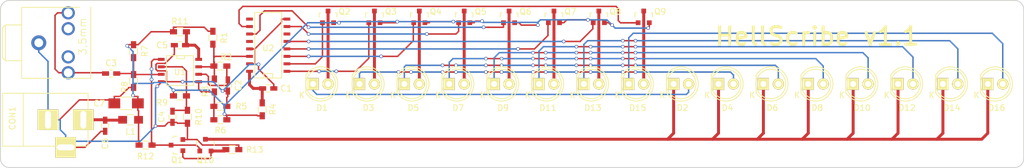
<source format=kicad_pcb>
(kicad_pcb (version 20171130) (host pcbnew "(5.1.12)-1")

  (general
    (thickness 1.6)
    (drawings 9)
    (tracks 495)
    (zones 0)
    (modules 51)
    (nets 42)
  )

  (page A4)
  (layers
    (0 F.Cu signal)
    (31 B.Cu signal)
    (32 B.Adhes user hide)
    (33 F.Adhes user hide)
    (34 B.Paste user)
    (35 F.Paste user)
    (36 B.SilkS user)
    (37 F.SilkS user)
    (38 B.Mask user)
    (39 F.Mask user)
    (40 Dwgs.User user)
    (41 Cmts.User user)
    (42 Eco1.User user)
    (43 Eco2.User user)
    (44 Edge.Cuts user)
    (45 Margin user)
    (46 B.CrtYd user)
    (47 F.CrtYd user)
    (48 B.Fab user)
    (49 F.Fab user)
  )

  (setup
    (last_trace_width 0.25)
    (user_trace_width 0.5)
    (trace_clearance 0.2)
    (zone_clearance 0.254)
    (zone_45_only no)
    (trace_min 0.2)
    (via_size 0.6)
    (via_drill 0.4)
    (via_min_size 0.4)
    (via_min_drill 0.3)
    (uvia_size 0.3)
    (uvia_drill 0.1)
    (uvias_allowed no)
    (uvia_min_size 0.2)
    (uvia_min_drill 0.1)
    (edge_width 0.15)
    (segment_width 0.2)
    (pcb_text_width 0.3)
    (pcb_text_size 1.5 1.5)
    (mod_edge_width 0.15)
    (mod_text_size 1 1)
    (mod_text_width 0.15)
    (pad_size 1.524 1.524)
    (pad_drill 0.762)
    (pad_to_mask_clearance 0.2)
    (aux_axis_origin 0 0)
    (visible_elements 7FFFFFFF)
    (pcbplotparams
      (layerselection 0x010f0_80000001)
      (usegerberextensions false)
      (usegerberattributes true)
      (usegerberadvancedattributes true)
      (creategerberjobfile true)
      (excludeedgelayer true)
      (linewidth 0.100000)
      (plotframeref false)
      (viasonmask false)
      (mode 1)
      (useauxorigin false)
      (hpglpennumber 1)
      (hpglpenspeed 20)
      (hpglpendiameter 15.000000)
      (psnegative false)
      (psa4output false)
      (plotreference true)
      (plotvalue false)
      (plotinvisibletext false)
      (padsonsilk false)
      (subtractmaskfromsilk false)
      (outputformat 1)
      (mirror false)
      (drillshape 0)
      (scaleselection 1)
      (outputdirectory "../Gerbers/"))
  )

  (net 0 "")
  (net 1 VDD)
  (net 2 GND)
  (net 3 "Net-(C2-Pad2)")
  (net 4 "Net-(C3-Pad1)")
  (net 5 "Net-(C3-Pad2)")
  (net 6 "Net-(C4-Pad2)")
  (net 7 "Net-(C5-Pad2)")
  (net 8 +12V)
  (net 9 "Net-(D1-Pad1)")
  (net 10 "Net-(D1-Pad2)")
  (net 11 "Net-(D10-Pad1)")
  (net 12 "Net-(D3-Pad1)")
  (net 13 "Net-(D3-Pad2)")
  (net 14 "Net-(D5-Pad1)")
  (net 15 "Net-(D5-Pad2)")
  (net 16 "Net-(D7-Pad1)")
  (net 17 "Net-(D7-Pad2)")
  (net 18 "Net-(D10-Pad2)")
  (net 19 "Net-(D9-Pad2)")
  (net 20 "Net-(D11-Pad1)")
  (net 21 "Net-(D11-Pad2)")
  (net 22 "Net-(D13-Pad1)")
  (net 23 "Net-(D13-Pad2)")
  (net 24 "Net-(D15-Pad1)")
  (net 25 "Net-(D15-Pad2)")
  (net 26 "Net-(J1-Pad3)")
  (net 27 "Net-(J1-Pad4)")
  (net 28 "Net-(Q1-Pad1)")
  (net 29 "Net-(Q2-Pad1)")
  (net 30 "Net-(Q3-Pad1)")
  (net 31 "Net-(Q4-Pad1)")
  (net 32 "Net-(Q5-Pad1)")
  (net 33 "Net-(Q6-Pad1)")
  (net 34 "Net-(Q7-Pad1)")
  (net 35 "Net-(Q8-Pad1)")
  (net 36 "Net-(Q9-Pad1)")
  (net 37 "Net-(R1-Pad2)")
  (net 38 "Net-(R3-Pad1)")
  (net 39 "Net-(U2-Pad12)")
  (net 40 "Net-(Q1-Pad3)")
  (net 41 "Net-(C6-Pad2)")

  (net_class Default "This is the default net class."
    (clearance 0.2)
    (trace_width 0.25)
    (via_dia 0.6)
    (via_drill 0.4)
    (uvia_dia 0.3)
    (uvia_drill 0.1)
    (add_net +12V)
    (add_net GND)
    (add_net "Net-(C2-Pad2)")
    (add_net "Net-(C3-Pad1)")
    (add_net "Net-(C3-Pad2)")
    (add_net "Net-(C4-Pad2)")
    (add_net "Net-(C5-Pad2)")
    (add_net "Net-(C6-Pad2)")
    (add_net "Net-(D1-Pad1)")
    (add_net "Net-(D1-Pad2)")
    (add_net "Net-(D10-Pad1)")
    (add_net "Net-(D10-Pad2)")
    (add_net "Net-(D11-Pad1)")
    (add_net "Net-(D11-Pad2)")
    (add_net "Net-(D13-Pad1)")
    (add_net "Net-(D13-Pad2)")
    (add_net "Net-(D15-Pad1)")
    (add_net "Net-(D15-Pad2)")
    (add_net "Net-(D3-Pad1)")
    (add_net "Net-(D3-Pad2)")
    (add_net "Net-(D5-Pad1)")
    (add_net "Net-(D5-Pad2)")
    (add_net "Net-(D7-Pad1)")
    (add_net "Net-(D7-Pad2)")
    (add_net "Net-(D9-Pad2)")
    (add_net "Net-(J1-Pad3)")
    (add_net "Net-(J1-Pad4)")
    (add_net "Net-(Q1-Pad1)")
    (add_net "Net-(Q1-Pad3)")
    (add_net "Net-(Q2-Pad1)")
    (add_net "Net-(Q3-Pad1)")
    (add_net "Net-(Q4-Pad1)")
    (add_net "Net-(Q5-Pad1)")
    (add_net "Net-(Q6-Pad1)")
    (add_net "Net-(Q7-Pad1)")
    (add_net "Net-(Q8-Pad1)")
    (add_net "Net-(Q9-Pad1)")
    (add_net "Net-(R1-Pad2)")
    (add_net "Net-(R3-Pad1)")
    (add_net "Net-(U2-Pad12)")
    (add_net VDD)
  )

  (module Capacitors_SMD:C_0603_HandSoldering (layer F.Cu) (tedit 57C0A4A2) (tstamp 57C0A0B3)
    (at 78.486 113.03)
    (descr "Capacitor SMD 0603, hand soldering")
    (tags "capacitor 0603")
    (path /57C00851)
    (attr smd)
    (fp_text reference C1 (at 3.048 0) (layer F.SilkS)
      (effects (font (size 1 1) (thickness 0.15)))
    )
    (fp_text value 0.1uF (at 0 1.9) (layer F.Fab)
      (effects (font (size 1 1) (thickness 0.15)))
    )
    (fp_line (start 0.35 0.6) (end -0.35 0.6) (layer F.SilkS) (width 0.15))
    (fp_line (start -0.35 -0.6) (end 0.35 -0.6) (layer F.SilkS) (width 0.15))
    (fp_line (start 1.85 -0.75) (end 1.85 0.75) (layer F.CrtYd) (width 0.05))
    (fp_line (start -1.85 -0.75) (end -1.85 0.75) (layer F.CrtYd) (width 0.05))
    (fp_line (start -1.85 0.75) (end 1.85 0.75) (layer F.CrtYd) (width 0.05))
    (fp_line (start -1.85 -0.75) (end 1.85 -0.75) (layer F.CrtYd) (width 0.05))
    (pad 1 smd rect (at -0.95 0) (size 1.2 0.75) (layers F.Cu F.Paste F.Mask)
      (net 1 VDD))
    (pad 2 smd rect (at 0.95 0) (size 1.2 0.75) (layers F.Cu F.Paste F.Mask)
      (net 2 GND))
    (model Capacitors_SMD.3dshapes/C_0603_HandSoldering.wrl
      (at (xyz 0 0 0))
      (scale (xyz 1 1 1))
      (rotate (xyz 0 0 0))
    )
  )

  (module Capacitors_SMD:C_0603_HandSoldering (layer F.Cu) (tedit 57C0A1B6) (tstamp 57C0A0BF)
    (at 71.628 112.522 90)
    (descr "Capacitor SMD 0603, hand soldering")
    (tags "capacitor 0603")
    (path /57BFEE39)
    (attr smd)
    (fp_text reference C2 (at 0 1.778 90) (layer F.SilkS)
      (effects (font (size 1 1) (thickness 0.15)))
    )
    (fp_text value 2.2nF (at 0 1.9 90) (layer F.Fab)
      (effects (font (size 1 1) (thickness 0.15)))
    )
    (fp_line (start 0.35 0.6) (end -0.35 0.6) (layer F.SilkS) (width 0.15))
    (fp_line (start -0.35 -0.6) (end 0.35 -0.6) (layer F.SilkS) (width 0.15))
    (fp_line (start 1.85 -0.75) (end 1.85 0.75) (layer F.CrtYd) (width 0.05))
    (fp_line (start -1.85 -0.75) (end -1.85 0.75) (layer F.CrtYd) (width 0.05))
    (fp_line (start -1.85 0.75) (end 1.85 0.75) (layer F.CrtYd) (width 0.05))
    (fp_line (start -1.85 -0.75) (end 1.85 -0.75) (layer F.CrtYd) (width 0.05))
    (pad 1 smd rect (at -0.95 0 90) (size 1.2 0.75) (layers F.Cu F.Paste F.Mask)
      (net 2 GND))
    (pad 2 smd rect (at 0.95 0 90) (size 1.2 0.75) (layers F.Cu F.Paste F.Mask)
      (net 3 "Net-(C2-Pad2)"))
    (model Capacitors_SMD.3dshapes/C_0603_HandSoldering.wrl
      (at (xyz 0 0 0))
      (scale (xyz 1 1 1))
      (rotate (xyz 0 0 0))
    )
  )

  (module Capacitors_SMD:C_0603_HandSoldering (layer F.Cu) (tedit 57C09FD7) (tstamp 57C0A0CB)
    (at 51.816 110.49 180)
    (descr "Capacitor SMD 0603, hand soldering")
    (tags "capacitor 0603")
    (path /57BFBD7E)
    (attr smd)
    (fp_text reference C3 (at 0 1.778 180) (layer F.SilkS)
      (effects (font (size 1 1) (thickness 0.15)))
    )
    (fp_text value 0.1uF (at 0 1.9 180) (layer F.Fab)
      (effects (font (size 1 1) (thickness 0.15)))
    )
    (fp_line (start 0.35 0.6) (end -0.35 0.6) (layer F.SilkS) (width 0.15))
    (fp_line (start -0.35 -0.6) (end 0.35 -0.6) (layer F.SilkS) (width 0.15))
    (fp_line (start 1.85 -0.75) (end 1.85 0.75) (layer F.CrtYd) (width 0.05))
    (fp_line (start -1.85 -0.75) (end -1.85 0.75) (layer F.CrtYd) (width 0.05))
    (fp_line (start -1.85 0.75) (end 1.85 0.75) (layer F.CrtYd) (width 0.05))
    (fp_line (start -1.85 -0.75) (end 1.85 -0.75) (layer F.CrtYd) (width 0.05))
    (pad 1 smd rect (at -0.95 0 180) (size 1.2 0.75) (layers F.Cu F.Paste F.Mask)
      (net 4 "Net-(C3-Pad1)"))
    (pad 2 smd rect (at 0.95 0 180) (size 1.2 0.75) (layers F.Cu F.Paste F.Mask)
      (net 5 "Net-(C3-Pad2)"))
    (model Capacitors_SMD.3dshapes/C_0603_HandSoldering.wrl
      (at (xyz 0 0 0))
      (scale (xyz 1 1 1))
      (rotate (xyz 0 0 0))
    )
  )

  (module Capacitors_SMD:C_0603_HandSoldering (layer F.Cu) (tedit 541A9B4D) (tstamp 57C0A0D7)
    (at 62.23 117.856 90)
    (descr "Capacitor SMD 0603, hand soldering")
    (tags "capacitor 0603")
    (path /57BFBB83)
    (attr smd)
    (fp_text reference C4 (at 0 -1.9 90) (layer F.SilkS)
      (effects (font (size 1 1) (thickness 0.15)))
    )
    (fp_text value 0.1uF (at 0 1.9 90) (layer F.Fab)
      (effects (font (size 1 1) (thickness 0.15)))
    )
    (fp_line (start 0.35 0.6) (end -0.35 0.6) (layer F.SilkS) (width 0.15))
    (fp_line (start -0.35 -0.6) (end 0.35 -0.6) (layer F.SilkS) (width 0.15))
    (fp_line (start 1.85 -0.75) (end 1.85 0.75) (layer F.CrtYd) (width 0.05))
    (fp_line (start -1.85 -0.75) (end -1.85 0.75) (layer F.CrtYd) (width 0.05))
    (fp_line (start -1.85 0.75) (end 1.85 0.75) (layer F.CrtYd) (width 0.05))
    (fp_line (start -1.85 -0.75) (end 1.85 -0.75) (layer F.CrtYd) (width 0.05))
    (pad 1 smd rect (at -0.95 0 90) (size 1.2 0.75) (layers F.Cu F.Paste F.Mask)
      (net 2 GND))
    (pad 2 smd rect (at 0.95 0 90) (size 1.2 0.75) (layers F.Cu F.Paste F.Mask)
      (net 6 "Net-(C4-Pad2)"))
    (model Capacitors_SMD.3dshapes/C_0603_HandSoldering.wrl
      (at (xyz 0 0 0))
      (scale (xyz 1 1 1))
      (rotate (xyz 0 0 0))
    )
  )

  (module Capacitors_SMD:C_0603_HandSoldering (layer F.Cu) (tedit 57C0A0DF) (tstamp 57C0A0E3)
    (at 63.5 105.664)
    (descr "Capacitor SMD 0603, hand soldering")
    (tags "capacitor 0603")
    (path /57BFB54F)
    (attr smd)
    (fp_text reference C5 (at -3.048 0) (layer F.SilkS)
      (effects (font (size 1 1) (thickness 0.15)))
    )
    (fp_text value 0.1uF (at 0 1.9) (layer F.Fab)
      (effects (font (size 1 1) (thickness 0.15)))
    )
    (fp_line (start 0.35 0.6) (end -0.35 0.6) (layer F.SilkS) (width 0.15))
    (fp_line (start -0.35 -0.6) (end 0.35 -0.6) (layer F.SilkS) (width 0.15))
    (fp_line (start 1.85 -0.75) (end 1.85 0.75) (layer F.CrtYd) (width 0.05))
    (fp_line (start -1.85 -0.75) (end -1.85 0.75) (layer F.CrtYd) (width 0.05))
    (fp_line (start -1.85 0.75) (end 1.85 0.75) (layer F.CrtYd) (width 0.05))
    (fp_line (start -1.85 -0.75) (end 1.85 -0.75) (layer F.CrtYd) (width 0.05))
    (pad 1 smd rect (at -0.95 0) (size 1.2 0.75) (layers F.Cu F.Paste F.Mask)
      (net 2 GND))
    (pad 2 smd rect (at 0.95 0) (size 1.2 0.75) (layers F.Cu F.Paste F.Mask)
      (net 7 "Net-(C5-Pad2)"))
    (model Capacitors_SMD.3dshapes/C_0603_HandSoldering.wrl
      (at (xyz 0 0 0))
      (scale (xyz 1 1 1))
      (rotate (xyz 0 0 0))
    )
  )

  (module Capacitors_SMD:C_0603_HandSoldering (layer F.Cu) (tedit 57C3115F) (tstamp 57C0A0EF)
    (at 50.8 119.38 90)
    (descr "Capacitor SMD 0603, hand soldering")
    (tags "capacitor 0603")
    (path /57C087CD)
    (attr smd)
    (fp_text reference C6 (at -3.048 0 90) (layer F.SilkS)
      (effects (font (size 1 1) (thickness 0.15)))
    )
    (fp_text value 0.1uF (at 0 1.9 90) (layer F.Fab)
      (effects (font (size 1 1) (thickness 0.15)))
    )
    (fp_line (start 0.35 0.6) (end -0.35 0.6) (layer F.SilkS) (width 0.15))
    (fp_line (start -0.35 -0.6) (end 0.35 -0.6) (layer F.SilkS) (width 0.15))
    (fp_line (start 1.85 -0.75) (end 1.85 0.75) (layer F.CrtYd) (width 0.05))
    (fp_line (start -1.85 -0.75) (end -1.85 0.75) (layer F.CrtYd) (width 0.05))
    (fp_line (start -1.85 0.75) (end 1.85 0.75) (layer F.CrtYd) (width 0.05))
    (fp_line (start -1.85 -0.75) (end 1.85 -0.75) (layer F.CrtYd) (width 0.05))
    (pad 1 smd rect (at -0.95 0 90) (size 1.2 0.75) (layers F.Cu F.Paste F.Mask)
      (net 2 GND))
    (pad 2 smd rect (at 0.95 0 90) (size 1.2 0.75) (layers F.Cu F.Paste F.Mask)
      (net 41 "Net-(C6-Pad2)"))
    (model Capacitors_SMD.3dshapes/C_0603_HandSoldering.wrl
      (at (xyz 0 0 0))
      (scale (xyz 1 1 1))
      (rotate (xyz 0 0 0))
    )
  )

  (module Connect:BARREL_JACK (layer F.Cu) (tedit 57C09F6D) (tstamp 57C0A0FB)
    (at 40.894 118.364)
    (descr "DC Barrel Jack")
    (tags "Power Jack")
    (path /57C08677)
    (fp_text reference CON1 (at -5.842 -0.254 270) (layer F.SilkS)
      (effects (font (size 1 1) (thickness 0.15)))
    )
    (fp_text value +12v (at 0 -5.99948) (layer F.Fab)
      (effects (font (size 1 1) (thickness 0.15)))
    )
    (fp_line (start 7.00024 -4.50088) (end -7.50062 -4.50088) (layer F.SilkS) (width 0.15))
    (fp_line (start 7.00024 4.50088) (end 7.00024 -4.50088) (layer F.SilkS) (width 0.15))
    (fp_line (start -7.50062 4.50088) (end 7.00024 4.50088) (layer F.SilkS) (width 0.15))
    (fp_line (start -7.50062 -4.50088) (end -7.50062 4.50088) (layer F.SilkS) (width 0.15))
    (fp_line (start -4.0005 -4.50088) (end -4.0005 4.50088) (layer F.SilkS) (width 0.15))
    (pad 1 thru_hole rect (at 6.20014 0) (size 3.50012 3.50012) (drill oval 1.00076 2.99974) (layers *.Cu *.Mask F.SilkS)
      (net 41 "Net-(C6-Pad2)"))
    (pad 2 thru_hole rect (at 0.20066 0) (size 3.50012 3.50012) (drill oval 1.00076 2.99974) (layers *.Cu *.Mask F.SilkS)
      (net 2 GND))
    (pad 3 thru_hole rect (at 3.2004 4.699) (size 3.50012 3.50012) (drill oval 2.99974 1.00076) (layers *.Cu *.Mask F.SilkS)
      (net 2 GND))
  )

  (module LEDs:LED-5MM (layer F.Cu) (tedit 5570F7EA) (tstamp 57C0A107)
    (at 86.106 112.268)
    (descr "LED 5mm round vertical")
    (tags "LED 5mm round vertical")
    (path /57BFCB8D)
    (fp_text reference D1 (at 1.524 4.064) (layer F.SilkS)
      (effects (font (size 1 1) (thickness 0.15)))
    )
    (fp_text value LED (at 1.524 -3.937) (layer F.Fab)
      (effects (font (size 1 1) (thickness 0.15)))
    )
    (fp_circle (center 1.27 0) (end 0.97 -2.5) (layer F.SilkS) (width 0.15))
    (fp_line (start -1.23 1.5) (end -1.23 -1.5) (layer F.SilkS) (width 0.15))
    (fp_line (start -1.5 -1.55) (end -1.5 1.55) (layer F.CrtYd) (width 0.05))
    (fp_text user K (at -1.905 1.905) (layer F.SilkS)
      (effects (font (size 1 1) (thickness 0.15)))
    )
    (fp_arc (start 1.3 0) (end -1.5 1.55) (angle -302) (layer F.CrtYd) (width 0.05))
    (fp_arc (start 1.27 0) (end -1.23 -1.5) (angle 297.5) (layer F.SilkS) (width 0.15))
    (pad 1 thru_hole rect (at 0 0 90) (size 2 1.9) (drill 1.00076) (layers *.Cu *.Mask F.SilkS)
      (net 9 "Net-(D1-Pad1)"))
    (pad 2 thru_hole circle (at 2.54 0) (size 1.9 1.9) (drill 1.00076) (layers *.Cu *.Mask F.SilkS)
      (net 10 "Net-(D1-Pad2)"))
    (model LEDs.3dshapes/LED-5MM.wrl
      (offset (xyz 1.269999980926514 0 0))
      (scale (xyz 1 1 1))
      (rotate (xyz 0 0 90))
    )
  )

  (module LEDs:LED-5MM (layer F.Cu) (tedit 5570F7EA) (tstamp 57C0A113)
    (at 147.32 112.268)
    (descr "LED 5mm round vertical")
    (tags "LED 5mm round vertical")
    (path /57BFC59F)
    (fp_text reference D2 (at 1.524 4.064) (layer F.SilkS)
      (effects (font (size 1 1) (thickness 0.15)))
    )
    (fp_text value LED (at 1.524 -3.937) (layer F.Fab)
      (effects (font (size 1 1) (thickness 0.15)))
    )
    (fp_circle (center 1.27 0) (end 0.97 -2.5) (layer F.SilkS) (width 0.15))
    (fp_line (start -1.23 1.5) (end -1.23 -1.5) (layer F.SilkS) (width 0.15))
    (fp_line (start -1.5 -1.55) (end -1.5 1.55) (layer F.CrtYd) (width 0.05))
    (fp_text user K (at -1.905 1.905) (layer F.SilkS)
      (effects (font (size 1 1) (thickness 0.15)))
    )
    (fp_arc (start 1.3 0) (end -1.5 1.55) (angle -302) (layer F.CrtYd) (width 0.05))
    (fp_arc (start 1.27 0) (end -1.23 -1.5) (angle 297.5) (layer F.SilkS) (width 0.15))
    (pad 1 thru_hole rect (at 0 0 90) (size 2 1.9) (drill 1.00076) (layers *.Cu *.Mask F.SilkS)
      (net 11 "Net-(D10-Pad1)"))
    (pad 2 thru_hole circle (at 2.54 0) (size 1.9 1.9) (drill 1.00076) (layers *.Cu *.Mask F.SilkS)
      (net 9 "Net-(D1-Pad1)"))
    (model LEDs.3dshapes/LED-5MM.wrl
      (offset (xyz 1.269999980926514 0 0))
      (scale (xyz 1 1 1))
      (rotate (xyz 0 0 90))
    )
  )

  (module LEDs:LED-5MM (layer F.Cu) (tedit 5570F7EA) (tstamp 57C0A11F)
    (at 93.98 112.268)
    (descr "LED 5mm round vertical")
    (tags "LED 5mm round vertical")
    (path /57BFCB26)
    (fp_text reference D3 (at 1.524 4.064) (layer F.SilkS)
      (effects (font (size 1 1) (thickness 0.15)))
    )
    (fp_text value LED (at 1.524 -3.937) (layer F.Fab)
      (effects (font (size 1 1) (thickness 0.15)))
    )
    (fp_circle (center 1.27 0) (end 0.97 -2.5) (layer F.SilkS) (width 0.15))
    (fp_line (start -1.23 1.5) (end -1.23 -1.5) (layer F.SilkS) (width 0.15))
    (fp_line (start -1.5 -1.55) (end -1.5 1.55) (layer F.CrtYd) (width 0.05))
    (fp_text user K (at -1.905 1.905) (layer F.SilkS)
      (effects (font (size 1 1) (thickness 0.15)))
    )
    (fp_arc (start 1.3 0) (end -1.5 1.55) (angle -302) (layer F.CrtYd) (width 0.05))
    (fp_arc (start 1.27 0) (end -1.23 -1.5) (angle 297.5) (layer F.SilkS) (width 0.15))
    (pad 1 thru_hole rect (at 0 0 90) (size 2 1.9) (drill 1.00076) (layers *.Cu *.Mask F.SilkS)
      (net 12 "Net-(D3-Pad1)"))
    (pad 2 thru_hole circle (at 2.54 0) (size 1.9 1.9) (drill 1.00076) (layers *.Cu *.Mask F.SilkS)
      (net 13 "Net-(D3-Pad2)"))
    (model LEDs.3dshapes/LED-5MM.wrl
      (offset (xyz 1.269999980926514 0 0))
      (scale (xyz 1 1 1))
      (rotate (xyz 0 0 90))
    )
  )

  (module LEDs:LED-5MM (layer F.Cu) (tedit 5570F7EA) (tstamp 57C0A12B)
    (at 154.94 112.268)
    (descr "LED 5mm round vertical")
    (tags "LED 5mm round vertical")
    (path /57BFD0BF)
    (fp_text reference D4 (at 1.524 4.064) (layer F.SilkS)
      (effects (font (size 1 1) (thickness 0.15)))
    )
    (fp_text value LED (at 1.524 -3.937) (layer F.Fab)
      (effects (font (size 1 1) (thickness 0.15)))
    )
    (fp_circle (center 1.27 0) (end 0.97 -2.5) (layer F.SilkS) (width 0.15))
    (fp_line (start -1.23 1.5) (end -1.23 -1.5) (layer F.SilkS) (width 0.15))
    (fp_line (start -1.5 -1.55) (end -1.5 1.55) (layer F.CrtYd) (width 0.05))
    (fp_text user K (at -1.905 1.905) (layer F.SilkS)
      (effects (font (size 1 1) (thickness 0.15)))
    )
    (fp_arc (start 1.3 0) (end -1.5 1.55) (angle -302) (layer F.CrtYd) (width 0.05))
    (fp_arc (start 1.27 0) (end -1.23 -1.5) (angle 297.5) (layer F.SilkS) (width 0.15))
    (pad 1 thru_hole rect (at 0 0 90) (size 2 1.9) (drill 1.00076) (layers *.Cu *.Mask F.SilkS)
      (net 11 "Net-(D10-Pad1)"))
    (pad 2 thru_hole circle (at 2.54 0) (size 1.9 1.9) (drill 1.00076) (layers *.Cu *.Mask F.SilkS)
      (net 12 "Net-(D3-Pad1)"))
    (model LEDs.3dshapes/LED-5MM.wrl
      (offset (xyz 1.269999980926514 0 0))
      (scale (xyz 1 1 1))
      (rotate (xyz 0 0 90))
    )
  )

  (module LEDs:LED-5MM (layer F.Cu) (tedit 5570F7EA) (tstamp 57C0A137)
    (at 101.6 112.268)
    (descr "LED 5mm round vertical")
    (tags "LED 5mm round vertical")
    (path /57BFCC34)
    (fp_text reference D5 (at 1.524 4.064) (layer F.SilkS)
      (effects (font (size 1 1) (thickness 0.15)))
    )
    (fp_text value LED (at 1.524 -3.937) (layer F.Fab)
      (effects (font (size 1 1) (thickness 0.15)))
    )
    (fp_circle (center 1.27 0) (end 0.97 -2.5) (layer F.SilkS) (width 0.15))
    (fp_line (start -1.23 1.5) (end -1.23 -1.5) (layer F.SilkS) (width 0.15))
    (fp_line (start -1.5 -1.55) (end -1.5 1.55) (layer F.CrtYd) (width 0.05))
    (fp_text user K (at -1.905 1.905) (layer F.SilkS)
      (effects (font (size 1 1) (thickness 0.15)))
    )
    (fp_arc (start 1.3 0) (end -1.5 1.55) (angle -302) (layer F.CrtYd) (width 0.05))
    (fp_arc (start 1.27 0) (end -1.23 -1.5) (angle 297.5) (layer F.SilkS) (width 0.15))
    (pad 1 thru_hole rect (at 0 0 90) (size 2 1.9) (drill 1.00076) (layers *.Cu *.Mask F.SilkS)
      (net 14 "Net-(D5-Pad1)"))
    (pad 2 thru_hole circle (at 2.54 0) (size 1.9 1.9) (drill 1.00076) (layers *.Cu *.Mask F.SilkS)
      (net 15 "Net-(D5-Pad2)"))
    (model LEDs.3dshapes/LED-5MM.wrl
      (offset (xyz 1.269999980926514 0 0))
      (scale (xyz 1 1 1))
      (rotate (xyz 0 0 90))
    )
  )

  (module LEDs:LED-5MM (layer F.Cu) (tedit 5570F7EA) (tstamp 57C0A143)
    (at 162.56 112.268)
    (descr "LED 5mm round vertical")
    (tags "LED 5mm round vertical")
    (path /57BFD129)
    (fp_text reference D6 (at 1.524 4.064) (layer F.SilkS)
      (effects (font (size 1 1) (thickness 0.15)))
    )
    (fp_text value LED (at 1.524 -3.937) (layer F.Fab)
      (effects (font (size 1 1) (thickness 0.15)))
    )
    (fp_circle (center 1.27 0) (end 0.97 -2.5) (layer F.SilkS) (width 0.15))
    (fp_line (start -1.23 1.5) (end -1.23 -1.5) (layer F.SilkS) (width 0.15))
    (fp_line (start -1.5 -1.55) (end -1.5 1.55) (layer F.CrtYd) (width 0.05))
    (fp_text user K (at -1.905 1.905) (layer F.SilkS)
      (effects (font (size 1 1) (thickness 0.15)))
    )
    (fp_arc (start 1.3 0) (end -1.5 1.55) (angle -302) (layer F.CrtYd) (width 0.05))
    (fp_arc (start 1.27 0) (end -1.23 -1.5) (angle 297.5) (layer F.SilkS) (width 0.15))
    (pad 1 thru_hole rect (at 0 0 90) (size 2 1.9) (drill 1.00076) (layers *.Cu *.Mask F.SilkS)
      (net 11 "Net-(D10-Pad1)"))
    (pad 2 thru_hole circle (at 2.54 0) (size 1.9 1.9) (drill 1.00076) (layers *.Cu *.Mask F.SilkS)
      (net 14 "Net-(D5-Pad1)"))
    (model LEDs.3dshapes/LED-5MM.wrl
      (offset (xyz 1.269999980926514 0 0))
      (scale (xyz 1 1 1))
      (rotate (xyz 0 0 90))
    )
  )

  (module LEDs:LED-5MM (layer F.Cu) (tedit 5570F7EA) (tstamp 57C0A14F)
    (at 109.22 112.268)
    (descr "LED 5mm round vertical")
    (tags "LED 5mm round vertical")
    (path /57BFCD29)
    (fp_text reference D7 (at 1.524 4.064) (layer F.SilkS)
      (effects (font (size 1 1) (thickness 0.15)))
    )
    (fp_text value LED (at 1.524 -3.937) (layer F.Fab)
      (effects (font (size 1 1) (thickness 0.15)))
    )
    (fp_circle (center 1.27 0) (end 0.97 -2.5) (layer F.SilkS) (width 0.15))
    (fp_line (start -1.23 1.5) (end -1.23 -1.5) (layer F.SilkS) (width 0.15))
    (fp_line (start -1.5 -1.55) (end -1.5 1.55) (layer F.CrtYd) (width 0.05))
    (fp_text user K (at -1.905 1.905) (layer F.SilkS)
      (effects (font (size 1 1) (thickness 0.15)))
    )
    (fp_arc (start 1.3 0) (end -1.5 1.55) (angle -302) (layer F.CrtYd) (width 0.05))
    (fp_arc (start 1.27 0) (end -1.23 -1.5) (angle 297.5) (layer F.SilkS) (width 0.15))
    (pad 1 thru_hole rect (at 0 0 90) (size 2 1.9) (drill 1.00076) (layers *.Cu *.Mask F.SilkS)
      (net 16 "Net-(D7-Pad1)"))
    (pad 2 thru_hole circle (at 2.54 0) (size 1.9 1.9) (drill 1.00076) (layers *.Cu *.Mask F.SilkS)
      (net 17 "Net-(D7-Pad2)"))
    (model LEDs.3dshapes/LED-5MM.wrl
      (offset (xyz 1.269999980926514 0 0))
      (scale (xyz 1 1 1))
      (rotate (xyz 0 0 90))
    )
  )

  (module LEDs:LED-5MM (layer F.Cu) (tedit 5570F7EA) (tstamp 57C0A15B)
    (at 170.18 112.268)
    (descr "LED 5mm round vertical")
    (tags "LED 5mm round vertical")
    (path /57BFD194)
    (fp_text reference D8 (at 1.524 4.064) (layer F.SilkS)
      (effects (font (size 1 1) (thickness 0.15)))
    )
    (fp_text value LED (at 1.524 -3.937) (layer F.Fab)
      (effects (font (size 1 1) (thickness 0.15)))
    )
    (fp_circle (center 1.27 0) (end 0.97 -2.5) (layer F.SilkS) (width 0.15))
    (fp_line (start -1.23 1.5) (end -1.23 -1.5) (layer F.SilkS) (width 0.15))
    (fp_line (start -1.5 -1.55) (end -1.5 1.55) (layer F.CrtYd) (width 0.05))
    (fp_text user K (at -1.905 1.905) (layer F.SilkS)
      (effects (font (size 1 1) (thickness 0.15)))
    )
    (fp_arc (start 1.3 0) (end -1.5 1.55) (angle -302) (layer F.CrtYd) (width 0.05))
    (fp_arc (start 1.27 0) (end -1.23 -1.5) (angle 297.5) (layer F.SilkS) (width 0.15))
    (pad 1 thru_hole rect (at 0 0 90) (size 2 1.9) (drill 1.00076) (layers *.Cu *.Mask F.SilkS)
      (net 11 "Net-(D10-Pad1)"))
    (pad 2 thru_hole circle (at 2.54 0) (size 1.9 1.9) (drill 1.00076) (layers *.Cu *.Mask F.SilkS)
      (net 16 "Net-(D7-Pad1)"))
    (model LEDs.3dshapes/LED-5MM.wrl
      (offset (xyz 1.269999980926514 0 0))
      (scale (xyz 1 1 1))
      (rotate (xyz 0 0 90))
    )
  )

  (module LEDs:LED-5MM (layer F.Cu) (tedit 5570F7EA) (tstamp 57C0A167)
    (at 116.84 112.268)
    (descr "LED 5mm round vertical")
    (tags "LED 5mm round vertical")
    (path /57BFCD85)
    (fp_text reference D9 (at 1.524 4.064) (layer F.SilkS)
      (effects (font (size 1 1) (thickness 0.15)))
    )
    (fp_text value LED (at 1.524 -3.937) (layer F.Fab)
      (effects (font (size 1 1) (thickness 0.15)))
    )
    (fp_circle (center 1.27 0) (end 0.97 -2.5) (layer F.SilkS) (width 0.15))
    (fp_line (start -1.23 1.5) (end -1.23 -1.5) (layer F.SilkS) (width 0.15))
    (fp_line (start -1.5 -1.55) (end -1.5 1.55) (layer F.CrtYd) (width 0.05))
    (fp_text user K (at -1.905 1.905) (layer F.SilkS)
      (effects (font (size 1 1) (thickness 0.15)))
    )
    (fp_arc (start 1.3 0) (end -1.5 1.55) (angle -302) (layer F.CrtYd) (width 0.05))
    (fp_arc (start 1.27 0) (end -1.23 -1.5) (angle 297.5) (layer F.SilkS) (width 0.15))
    (pad 1 thru_hole rect (at 0 0 90) (size 2 1.9) (drill 1.00076) (layers *.Cu *.Mask F.SilkS)
      (net 18 "Net-(D10-Pad2)"))
    (pad 2 thru_hole circle (at 2.54 0) (size 1.9 1.9) (drill 1.00076) (layers *.Cu *.Mask F.SilkS)
      (net 19 "Net-(D9-Pad2)"))
    (model LEDs.3dshapes/LED-5MM.wrl
      (offset (xyz 1.269999980926514 0 0))
      (scale (xyz 1 1 1))
      (rotate (xyz 0 0 90))
    )
  )

  (module LEDs:LED-5MM (layer F.Cu) (tedit 5570F7EA) (tstamp 57C0A173)
    (at 177.8 112.268)
    (descr "LED 5mm round vertical")
    (tags "LED 5mm round vertical")
    (path /57BFD200)
    (fp_text reference D10 (at 1.524 4.064) (layer F.SilkS)
      (effects (font (size 1 1) (thickness 0.15)))
    )
    (fp_text value LED (at 1.524 -3.937) (layer F.Fab)
      (effects (font (size 1 1) (thickness 0.15)))
    )
    (fp_circle (center 1.27 0) (end 0.97 -2.5) (layer F.SilkS) (width 0.15))
    (fp_line (start -1.23 1.5) (end -1.23 -1.5) (layer F.SilkS) (width 0.15))
    (fp_line (start -1.5 -1.55) (end -1.5 1.55) (layer F.CrtYd) (width 0.05))
    (fp_text user K (at -1.905 1.905) (layer F.SilkS)
      (effects (font (size 1 1) (thickness 0.15)))
    )
    (fp_arc (start 1.3 0) (end -1.5 1.55) (angle -302) (layer F.CrtYd) (width 0.05))
    (fp_arc (start 1.27 0) (end -1.23 -1.5) (angle 297.5) (layer F.SilkS) (width 0.15))
    (pad 1 thru_hole rect (at 0 0 90) (size 2 1.9) (drill 1.00076) (layers *.Cu *.Mask F.SilkS)
      (net 11 "Net-(D10-Pad1)"))
    (pad 2 thru_hole circle (at 2.54 0) (size 1.9 1.9) (drill 1.00076) (layers *.Cu *.Mask F.SilkS)
      (net 18 "Net-(D10-Pad2)"))
    (model LEDs.3dshapes/LED-5MM.wrl
      (offset (xyz 1.269999980926514 0 0))
      (scale (xyz 1 1 1))
      (rotate (xyz 0 0 90))
    )
  )

  (module LEDs:LED-5MM (layer F.Cu) (tedit 5570F7EA) (tstamp 57C0A17F)
    (at 124.46 112.268)
    (descr "LED 5mm round vertical")
    (tags "LED 5mm round vertical")
    (path /57BFCF58)
    (fp_text reference D11 (at 1.524 4.064) (layer F.SilkS)
      (effects (font (size 1 1) (thickness 0.15)))
    )
    (fp_text value LED (at 1.524 -3.937) (layer F.Fab)
      (effects (font (size 1 1) (thickness 0.15)))
    )
    (fp_circle (center 1.27 0) (end 0.97 -2.5) (layer F.SilkS) (width 0.15))
    (fp_line (start -1.23 1.5) (end -1.23 -1.5) (layer F.SilkS) (width 0.15))
    (fp_line (start -1.5 -1.55) (end -1.5 1.55) (layer F.CrtYd) (width 0.05))
    (fp_text user K (at -1.905 1.905) (layer F.SilkS)
      (effects (font (size 1 1) (thickness 0.15)))
    )
    (fp_arc (start 1.3 0) (end -1.5 1.55) (angle -302) (layer F.CrtYd) (width 0.05))
    (fp_arc (start 1.27 0) (end -1.23 -1.5) (angle 297.5) (layer F.SilkS) (width 0.15))
    (pad 1 thru_hole rect (at 0 0 90) (size 2 1.9) (drill 1.00076) (layers *.Cu *.Mask F.SilkS)
      (net 20 "Net-(D11-Pad1)"))
    (pad 2 thru_hole circle (at 2.54 0) (size 1.9 1.9) (drill 1.00076) (layers *.Cu *.Mask F.SilkS)
      (net 21 "Net-(D11-Pad2)"))
    (model LEDs.3dshapes/LED-5MM.wrl
      (offset (xyz 1.269999980926514 0 0))
      (scale (xyz 1 1 1))
      (rotate (xyz 0 0 90))
    )
  )

  (module LEDs:LED-5MM (layer F.Cu) (tedit 5570F7EA) (tstamp 57C0A18B)
    (at 185.42 112.268)
    (descr "LED 5mm round vertical")
    (tags "LED 5mm round vertical")
    (path /57BFD270)
    (fp_text reference D12 (at 1.524 4.064) (layer F.SilkS)
      (effects (font (size 1 1) (thickness 0.15)))
    )
    (fp_text value LED (at 1.524 -3.937) (layer F.Fab)
      (effects (font (size 1 1) (thickness 0.15)))
    )
    (fp_circle (center 1.27 0) (end 0.97 -2.5) (layer F.SilkS) (width 0.15))
    (fp_line (start -1.23 1.5) (end -1.23 -1.5) (layer F.SilkS) (width 0.15))
    (fp_line (start -1.5 -1.55) (end -1.5 1.55) (layer F.CrtYd) (width 0.05))
    (fp_text user K (at -1.905 1.905) (layer F.SilkS)
      (effects (font (size 1 1) (thickness 0.15)))
    )
    (fp_arc (start 1.3 0) (end -1.5 1.55) (angle -302) (layer F.CrtYd) (width 0.05))
    (fp_arc (start 1.27 0) (end -1.23 -1.5) (angle 297.5) (layer F.SilkS) (width 0.15))
    (pad 1 thru_hole rect (at 0 0 90) (size 2 1.9) (drill 1.00076) (layers *.Cu *.Mask F.SilkS)
      (net 11 "Net-(D10-Pad1)"))
    (pad 2 thru_hole circle (at 2.54 0) (size 1.9 1.9) (drill 1.00076) (layers *.Cu *.Mask F.SilkS)
      (net 20 "Net-(D11-Pad1)"))
    (model LEDs.3dshapes/LED-5MM.wrl
      (offset (xyz 1.269999980926514 0 0))
      (scale (xyz 1 1 1))
      (rotate (xyz 0 0 90))
    )
  )

  (module LEDs:LED-5MM (layer F.Cu) (tedit 5570F7EA) (tstamp 57C0A197)
    (at 132.08 112.268)
    (descr "LED 5mm round vertical")
    (tags "LED 5mm round vertical")
    (path /57BFCFB4)
    (fp_text reference D13 (at 1.524 4.064) (layer F.SilkS)
      (effects (font (size 1 1) (thickness 0.15)))
    )
    (fp_text value LED (at 1.524 -3.937) (layer F.Fab)
      (effects (font (size 1 1) (thickness 0.15)))
    )
    (fp_circle (center 1.27 0) (end 0.97 -2.5) (layer F.SilkS) (width 0.15))
    (fp_line (start -1.23 1.5) (end -1.23 -1.5) (layer F.SilkS) (width 0.15))
    (fp_line (start -1.5 -1.55) (end -1.5 1.55) (layer F.CrtYd) (width 0.05))
    (fp_text user K (at -1.905 1.905) (layer F.SilkS)
      (effects (font (size 1 1) (thickness 0.15)))
    )
    (fp_arc (start 1.3 0) (end -1.5 1.55) (angle -302) (layer F.CrtYd) (width 0.05))
    (fp_arc (start 1.27 0) (end -1.23 -1.5) (angle 297.5) (layer F.SilkS) (width 0.15))
    (pad 1 thru_hole rect (at 0 0 90) (size 2 1.9) (drill 1.00076) (layers *.Cu *.Mask F.SilkS)
      (net 22 "Net-(D13-Pad1)"))
    (pad 2 thru_hole circle (at 2.54 0) (size 1.9 1.9) (drill 1.00076) (layers *.Cu *.Mask F.SilkS)
      (net 23 "Net-(D13-Pad2)"))
    (model LEDs.3dshapes/LED-5MM.wrl
      (offset (xyz 1.269999980926514 0 0))
      (scale (xyz 1 1 1))
      (rotate (xyz 0 0 90))
    )
  )

  (module LEDs:LED-5MM (layer F.Cu) (tedit 5570F7EA) (tstamp 57C0A1A3)
    (at 193.04 112.268)
    (descr "LED 5mm round vertical")
    (tags "LED 5mm round vertical")
    (path /57BFD2E1)
    (fp_text reference D14 (at 1.524 4.064) (layer F.SilkS)
      (effects (font (size 1 1) (thickness 0.15)))
    )
    (fp_text value LED (at 1.524 -3.937) (layer F.Fab)
      (effects (font (size 1 1) (thickness 0.15)))
    )
    (fp_circle (center 1.27 0) (end 0.97 -2.5) (layer F.SilkS) (width 0.15))
    (fp_line (start -1.23 1.5) (end -1.23 -1.5) (layer F.SilkS) (width 0.15))
    (fp_line (start -1.5 -1.55) (end -1.5 1.55) (layer F.CrtYd) (width 0.05))
    (fp_text user K (at -1.905 1.905) (layer F.SilkS)
      (effects (font (size 1 1) (thickness 0.15)))
    )
    (fp_arc (start 1.3 0) (end -1.5 1.55) (angle -302) (layer F.CrtYd) (width 0.05))
    (fp_arc (start 1.27 0) (end -1.23 -1.5) (angle 297.5) (layer F.SilkS) (width 0.15))
    (pad 1 thru_hole rect (at 0 0 90) (size 2 1.9) (drill 1.00076) (layers *.Cu *.Mask F.SilkS)
      (net 11 "Net-(D10-Pad1)"))
    (pad 2 thru_hole circle (at 2.54 0) (size 1.9 1.9) (drill 1.00076) (layers *.Cu *.Mask F.SilkS)
      (net 22 "Net-(D13-Pad1)"))
    (model LEDs.3dshapes/LED-5MM.wrl
      (offset (xyz 1.269999980926514 0 0))
      (scale (xyz 1 1 1))
      (rotate (xyz 0 0 90))
    )
  )

  (module LEDs:LED-5MM (layer F.Cu) (tedit 5570F7EA) (tstamp 57C0A1AF)
    (at 139.7 112.268)
    (descr "LED 5mm round vertical")
    (tags "LED 5mm round vertical")
    (path /57BFD015)
    (fp_text reference D15 (at 1.524 4.064) (layer F.SilkS)
      (effects (font (size 1 1) (thickness 0.15)))
    )
    (fp_text value LED (at 1.524 -3.937) (layer F.Fab)
      (effects (font (size 1 1) (thickness 0.15)))
    )
    (fp_circle (center 1.27 0) (end 0.97 -2.5) (layer F.SilkS) (width 0.15))
    (fp_line (start -1.23 1.5) (end -1.23 -1.5) (layer F.SilkS) (width 0.15))
    (fp_line (start -1.5 -1.55) (end -1.5 1.55) (layer F.CrtYd) (width 0.05))
    (fp_text user K (at -1.905 1.905) (layer F.SilkS)
      (effects (font (size 1 1) (thickness 0.15)))
    )
    (fp_arc (start 1.3 0) (end -1.5 1.55) (angle -302) (layer F.CrtYd) (width 0.05))
    (fp_arc (start 1.27 0) (end -1.23 -1.5) (angle 297.5) (layer F.SilkS) (width 0.15))
    (pad 1 thru_hole rect (at 0 0 90) (size 2 1.9) (drill 1.00076) (layers *.Cu *.Mask F.SilkS)
      (net 24 "Net-(D15-Pad1)"))
    (pad 2 thru_hole circle (at 2.54 0) (size 1.9 1.9) (drill 1.00076) (layers *.Cu *.Mask F.SilkS)
      (net 25 "Net-(D15-Pad2)"))
    (model LEDs.3dshapes/LED-5MM.wrl
      (offset (xyz 1.269999980926514 0 0))
      (scale (xyz 1 1 1))
      (rotate (xyz 0 0 90))
    )
  )

  (module LEDs:LED-5MM (layer F.Cu) (tedit 5570F7EA) (tstamp 57C0A1BB)
    (at 200.66 112.268)
    (descr "LED 5mm round vertical")
    (tags "LED 5mm round vertical")
    (path /57BFD355)
    (fp_text reference D16 (at 1.524 4.064) (layer F.SilkS)
      (effects (font (size 1 1) (thickness 0.15)))
    )
    (fp_text value LED (at 1.524 -3.937) (layer F.Fab)
      (effects (font (size 1 1) (thickness 0.15)))
    )
    (fp_circle (center 1.27 0) (end 0.97 -2.5) (layer F.SilkS) (width 0.15))
    (fp_line (start -1.23 1.5) (end -1.23 -1.5) (layer F.SilkS) (width 0.15))
    (fp_line (start -1.5 -1.55) (end -1.5 1.55) (layer F.CrtYd) (width 0.05))
    (fp_text user K (at -1.905 1.905) (layer F.SilkS)
      (effects (font (size 1 1) (thickness 0.15)))
    )
    (fp_arc (start 1.3 0) (end -1.5 1.55) (angle -302) (layer F.CrtYd) (width 0.05))
    (fp_arc (start 1.27 0) (end -1.23 -1.5) (angle 297.5) (layer F.SilkS) (width 0.15))
    (pad 1 thru_hole rect (at 0 0 90) (size 2 1.9) (drill 1.00076) (layers *.Cu *.Mask F.SilkS)
      (net 11 "Net-(D10-Pad1)"))
    (pad 2 thru_hole circle (at 2.54 0) (size 1.9 1.9) (drill 1.00076) (layers *.Cu *.Mask F.SilkS)
      (net 24 "Net-(D15-Pad1)"))
    (model LEDs.3dshapes/LED-5MM.wrl
      (offset (xyz 1.269999980926514 0 0))
      (scale (xyz 1 1 1))
      (rotate (xyz 0 0 90))
    )
  )

  (module STX3100-5N:STX3100 (layer F.Cu) (tedit 57C09F7A) (tstamp 57C0A1E9)
    (at 36.83 105.156)
    (descr "<b>MIC/HEADPHONE JACK</b><p>")
    (path /57C0A233)
    (fp_text reference J1 (at 5.08 3.048) (layer Eco1.User)
      (effects (font (size 1.27 1.27) (thickness 0.127)))
    )
    (fp_text value STX-3100-5N (at 5.15874 8.35406) (layer Eco1.User)
      (effects (font (size 1.27 1.27) (thickness 0.127)))
    )
    (fp_line (start 6.72592 0.98806) (end 5.58292 0.98806) (layer Cmts.User) (width 0.1524))
    (fp_line (start 4.31292 -0.7874) (end 5.58292 -0.7874) (layer Cmts.User) (width 0.1524))
    (fp_line (start 4.31292 0.98806) (end 3.55092 0.98806) (layer Cmts.User) (width 0.1524))
    (fp_line (start 3.55092 -0.7874) (end 4.31292 -0.7874) (layer Cmts.User) (width 0.1524))
    (fp_line (start 4.31292 -0.7874) (end 4.31292 0.98806) (layer Cmts.User) (width 0.1524))
    (fp_line (start 5.58292 0.98806) (end 4.31292 0.98806) (layer Cmts.User) (width 0.1524))
    (fp_line (start 5.58292 -0.7874) (end 6.72592 -0.7874) (layer Cmts.User) (width 0.1524))
    (fp_line (start 5.58292 -0.7874) (end 5.58292 0.98806) (layer Cmts.User) (width 0.1524))
    (fp_line (start 3.55092 0.98806) (end 3.55092 1.75006) (layer Cmts.User) (width 0.1524))
    (fp_line (start 3.55092 -0.7874) (end 3.55092 0.98806) (layer Cmts.User) (width 0.1524))
    (fp_line (start 3.55092 -1.5494) (end 3.55092 -0.7874) (layer Cmts.User) (width 0.1524))
    (fp_line (start 6.72592 0.98806) (end 7.48792 0.60706) (layer Cmts.User) (width 0.1524))
    (fp_line (start 7.48792 -0.4064) (end 7.48792 0.60706) (layer Cmts.User) (width 0.1524))
    (fp_line (start 7.48792 -0.4064) (end 6.72592 -0.7874) (layer Cmts.User) (width 0.1524))
    (fp_line (start -0.12954 1.75006) (end -0.12954 -1.5494) (layer Cmts.User) (width 0.1524))
    (fp_line (start 3.55092 -1.5494) (end -0.12954 -1.5494) (layer Cmts.User) (width 0.1524))
    (fp_line (start -0.12954 1.75006) (end 3.55092 1.75006) (layer Cmts.User) (width 0.1524))
    (fp_line (start 9.60374 -5.94106) (end -0.21082 -5.94106) (layer F.SilkS) (width 0.1524))
    (fp_line (start 11.50874 -5.94106) (end 9.60374 -5.94106) (layer Cmts.User) (width 0.1524))
    (fp_line (start 11.51128 -5.94106) (end 11.50874 -5.94106) (layer F.SilkS) (width 0.1524))
    (fp_line (start 7.06374 6.14172) (end 11.51128 6.14172) (layer F.SilkS) (width 0.1524))
    (fp_line (start 4.80568 6.14172) (end 6.96468 6.14172) (layer Cmts.User) (width 0.1524))
    (fp_line (start -0.21082 6.14172) (end 4.90474 6.14172) (layer F.SilkS) (width 0.1524))
    (fp_line (start -2.9591 3.14706) (end -2.9591 -2.9464) (layer F.SilkS) (width 0.1524))
    (fp_line (start -3.4671 2.63906) (end -3.4671 -2.4384) (layer F.SilkS) (width 0.1524))
    (fp_line (start -2.9591 3.14706) (end -3.4671 2.63906) (layer F.SilkS) (width 0.1524))
    (fp_line (start -2.9591 -2.9464) (end -3.4671 -2.4384) (layer F.SilkS) (width 0.1524))
    (fp_line (start -0.21082 -2.9464) (end -0.21082 -5.94106) (layer F.SilkS) (width 0.1524))
    (fp_line (start -0.21082 3.14706) (end -0.21082 -2.9464) (layer F.SilkS) (width 0.1524))
    (fp_line (start -2.9591 3.14706) (end -0.21082 3.14706) (layer F.SilkS) (width 0.1524))
    (fp_line (start -0.21082 -2.9464) (end -2.9591 -2.9464) (layer F.SilkS) (width 0.1524))
    (fp_line (start 11.51128 -5.94106) (end 11.51128 6.14172) (layer F.SilkS) (width 0.1524))
    (fp_line (start -0.21082 6.14172) (end -0.21082 3.14706) (layer F.SilkS) (width 0.1524))
    (fp_text user 3,5mm (at 10.15492 -0.98044 90) (layer F.SilkS)
      (effects (font (size 1.27 1.27) (thickness 0.127)))
    )
    (pad Hole np_thru_hole circle (at 2.69748 -4.89966) (size 1.4986 1.4986) (drill 1.4986) (layers *.Cu *.Mask F.SilkS))
    (pad Hole np_thru_hole circle (at 2.69748 5.09778) (size 1.4986 1.4986) (drill 1.4986) (layers *.Cu *.Mask F.SilkS))
    (pad Hole np_thru_hole circle (at 7.69874 0.09906) (size 1.4986 1.4986) (drill 1.4986) (layers *.Cu *.Mask F.SilkS))
    (pad 1 thru_hole oval (at 2.69748 0.09906) (size 2.54 2.54) (drill 1.4986) (layers *.Cu *.Mask)
      (net 2 GND))
    (pad 3 thru_hole oval (at 7.69874 -2.2987) (size 2.2479 2.2479) (drill 1.4986) (layers *.Cu *.Mask)
      (net 26 "Net-(J1-Pad3)"))
    (pad 4 thru_hole oval (at 7.69874 2.49936) (size 2.2479 2.2479) (drill 1.4986) (layers *.Cu *.Mask)
      (net 27 "Net-(J1-Pad4)"))
    (pad 5 thru_hole oval (at 7.69874 5.19938) (size 2.2479 2.2479) (drill 1.4986) (layers *.Cu *.Mask)
      (net 5 "Net-(C3-Pad2)"))
    (pad 2 thru_hole oval (at 7.69874 -4.99872) (size 2.2479 2.2479) (drill 1.4986) (layers *.Cu *.Mask)
      (net 5 "Net-(C3-Pad2)"))
  )

  (module TO_SOT_Packages_SMD:SOT-23 (layer F.Cu) (tedit 57C0BC26) (tstamp 57C0A20B)
    (at 88.646 100.838)
    (descr "SOT-23, Standard")
    (tags SOT-23)
    (path /57C05358)
    (attr smd)
    (fp_text reference Q2 (at 2.794 -0.889) (layer F.SilkS)
      (effects (font (size 1 1) (thickness 0.15)))
    )
    (fp_text value FDV304P (at 0 2.3) (layer F.Fab)
      (effects (font (size 1 1) (thickness 0.15)))
    )
    (fp_line (start 1.49982 -0.65024) (end 1.49982 0.0508) (layer F.SilkS) (width 0.15))
    (fp_line (start 1.29916 -0.65024) (end 1.49982 -0.65024) (layer F.SilkS) (width 0.15))
    (fp_line (start -1.49982 -0.65024) (end -1.2509 -0.65024) (layer F.SilkS) (width 0.15))
    (fp_line (start -1.49982 0.0508) (end -1.49982 -0.65024) (layer F.SilkS) (width 0.15))
    (fp_line (start 1.29916 -0.65024) (end 1.2509 -0.65024) (layer F.SilkS) (width 0.15))
    (fp_line (start -1.65 1.6) (end -1.65 -1.6) (layer F.CrtYd) (width 0.05))
    (fp_line (start 1.65 1.6) (end -1.65 1.6) (layer F.CrtYd) (width 0.05))
    (fp_line (start 1.65 -1.6) (end 1.65 1.6) (layer F.CrtYd) (width 0.05))
    (fp_line (start -1.65 -1.6) (end 1.65 -1.6) (layer F.CrtYd) (width 0.05))
    (pad 1 smd rect (at -0.95 1.00076) (size 0.8001 0.8001) (layers F.Cu F.Paste F.Mask)
      (net 29 "Net-(Q2-Pad1)"))
    (pad 2 smd rect (at 0.95 1.00076) (size 0.8001 0.8001) (layers F.Cu F.Paste F.Mask)
      (net 8 +12V))
    (pad 3 smd rect (at 0 -0.99822) (size 0.8001 0.8001) (layers F.Cu F.Paste F.Mask)
      (net 10 "Net-(D1-Pad2)"))
    (model TO_SOT_Packages_SMD.3dshapes/SOT-23.wrl
      (at (xyz 0 0 0))
      (scale (xyz 1 1 1))
      (rotate (xyz 0 0 0))
    )
  )

  (module TO_SOT_Packages_SMD:SOT-23 (layer F.Cu) (tedit 57C0BC2E) (tstamp 57C0A21B)
    (at 96.52 100.838)
    (descr "SOT-23, Standard")
    (tags SOT-23)
    (path /57C050D0)
    (attr smd)
    (fp_text reference Q3 (at 2.794 -0.889) (layer F.SilkS)
      (effects (font (size 1 1) (thickness 0.15)))
    )
    (fp_text value FDV304P (at 0 2.3) (layer F.Fab)
      (effects (font (size 1 1) (thickness 0.15)))
    )
    (fp_line (start 1.49982 -0.65024) (end 1.49982 0.0508) (layer F.SilkS) (width 0.15))
    (fp_line (start 1.29916 -0.65024) (end 1.49982 -0.65024) (layer F.SilkS) (width 0.15))
    (fp_line (start -1.49982 -0.65024) (end -1.2509 -0.65024) (layer F.SilkS) (width 0.15))
    (fp_line (start -1.49982 0.0508) (end -1.49982 -0.65024) (layer F.SilkS) (width 0.15))
    (fp_line (start 1.29916 -0.65024) (end 1.2509 -0.65024) (layer F.SilkS) (width 0.15))
    (fp_line (start -1.65 1.6) (end -1.65 -1.6) (layer F.CrtYd) (width 0.05))
    (fp_line (start 1.65 1.6) (end -1.65 1.6) (layer F.CrtYd) (width 0.05))
    (fp_line (start 1.65 -1.6) (end 1.65 1.6) (layer F.CrtYd) (width 0.05))
    (fp_line (start -1.65 -1.6) (end 1.65 -1.6) (layer F.CrtYd) (width 0.05))
    (pad 1 smd rect (at -0.95 1.00076) (size 0.8001 0.8001) (layers F.Cu F.Paste F.Mask)
      (net 30 "Net-(Q3-Pad1)"))
    (pad 2 smd rect (at 0.95 1.00076) (size 0.8001 0.8001) (layers F.Cu F.Paste F.Mask)
      (net 8 +12V))
    (pad 3 smd rect (at 0 -0.99822) (size 0.8001 0.8001) (layers F.Cu F.Paste F.Mask)
      (net 13 "Net-(D3-Pad2)"))
    (model TO_SOT_Packages_SMD.3dshapes/SOT-23.wrl
      (at (xyz 0 0 0))
      (scale (xyz 1 1 1))
      (rotate (xyz 0 0 0))
    )
  )

  (module TO_SOT_Packages_SMD:SOT-23 (layer F.Cu) (tedit 57C0BC32) (tstamp 57C0A22B)
    (at 104.14 100.838)
    (descr "SOT-23, Standard")
    (tags SOT-23)
    (path /57C05023)
    (attr smd)
    (fp_text reference Q4 (at 2.794 -0.889) (layer F.SilkS)
      (effects (font (size 1 1) (thickness 0.15)))
    )
    (fp_text value FDV304P (at 0 2.3) (layer F.Fab)
      (effects (font (size 1 1) (thickness 0.15)))
    )
    (fp_line (start 1.49982 -0.65024) (end 1.49982 0.0508) (layer F.SilkS) (width 0.15))
    (fp_line (start 1.29916 -0.65024) (end 1.49982 -0.65024) (layer F.SilkS) (width 0.15))
    (fp_line (start -1.49982 -0.65024) (end -1.2509 -0.65024) (layer F.SilkS) (width 0.15))
    (fp_line (start -1.49982 0.0508) (end -1.49982 -0.65024) (layer F.SilkS) (width 0.15))
    (fp_line (start 1.29916 -0.65024) (end 1.2509 -0.65024) (layer F.SilkS) (width 0.15))
    (fp_line (start -1.65 1.6) (end -1.65 -1.6) (layer F.CrtYd) (width 0.05))
    (fp_line (start 1.65 1.6) (end -1.65 1.6) (layer F.CrtYd) (width 0.05))
    (fp_line (start 1.65 -1.6) (end 1.65 1.6) (layer F.CrtYd) (width 0.05))
    (fp_line (start -1.65 -1.6) (end 1.65 -1.6) (layer F.CrtYd) (width 0.05))
    (pad 1 smd rect (at -0.95 1.00076) (size 0.8001 0.8001) (layers F.Cu F.Paste F.Mask)
      (net 31 "Net-(Q4-Pad1)"))
    (pad 2 smd rect (at 0.95 1.00076) (size 0.8001 0.8001) (layers F.Cu F.Paste F.Mask)
      (net 8 +12V))
    (pad 3 smd rect (at 0 -0.99822) (size 0.8001 0.8001) (layers F.Cu F.Paste F.Mask)
      (net 15 "Net-(D5-Pad2)"))
    (model TO_SOT_Packages_SMD.3dshapes/SOT-23.wrl
      (at (xyz 0 0 0))
      (scale (xyz 1 1 1))
      (rotate (xyz 0 0 0))
    )
  )

  (module TO_SOT_Packages_SMD:SOT-23 (layer F.Cu) (tedit 57C0BC37) (tstamp 57C0A23B)
    (at 111.76 100.838)
    (descr "SOT-23, Standard")
    (tags SOT-23)
    (path /57C04F7B)
    (attr smd)
    (fp_text reference Q5 (at 2.794 -0.889) (layer F.SilkS)
      (effects (font (size 1 1) (thickness 0.15)))
    )
    (fp_text value FDV304P (at 0 2.3) (layer F.Fab)
      (effects (font (size 1 1) (thickness 0.15)))
    )
    (fp_line (start 1.49982 -0.65024) (end 1.49982 0.0508) (layer F.SilkS) (width 0.15))
    (fp_line (start 1.29916 -0.65024) (end 1.49982 -0.65024) (layer F.SilkS) (width 0.15))
    (fp_line (start -1.49982 -0.65024) (end -1.2509 -0.65024) (layer F.SilkS) (width 0.15))
    (fp_line (start -1.49982 0.0508) (end -1.49982 -0.65024) (layer F.SilkS) (width 0.15))
    (fp_line (start 1.29916 -0.65024) (end 1.2509 -0.65024) (layer F.SilkS) (width 0.15))
    (fp_line (start -1.65 1.6) (end -1.65 -1.6) (layer F.CrtYd) (width 0.05))
    (fp_line (start 1.65 1.6) (end -1.65 1.6) (layer F.CrtYd) (width 0.05))
    (fp_line (start 1.65 -1.6) (end 1.65 1.6) (layer F.CrtYd) (width 0.05))
    (fp_line (start -1.65 -1.6) (end 1.65 -1.6) (layer F.CrtYd) (width 0.05))
    (pad 1 smd rect (at -0.95 1.00076) (size 0.8001 0.8001) (layers F.Cu F.Paste F.Mask)
      (net 32 "Net-(Q5-Pad1)"))
    (pad 2 smd rect (at 0.95 1.00076) (size 0.8001 0.8001) (layers F.Cu F.Paste F.Mask)
      (net 8 +12V))
    (pad 3 smd rect (at 0 -0.99822) (size 0.8001 0.8001) (layers F.Cu F.Paste F.Mask)
      (net 17 "Net-(D7-Pad2)"))
    (model TO_SOT_Packages_SMD.3dshapes/SOT-23.wrl
      (at (xyz 0 0 0))
      (scale (xyz 1 1 1))
      (rotate (xyz 0 0 0))
    )
  )

  (module TO_SOT_Packages_SMD:SOT-23 (layer F.Cu) (tedit 57C0BC3C) (tstamp 57C0A24B)
    (at 119.38 100.838)
    (descr "SOT-23, Standard")
    (tags SOT-23)
    (path /57C04ED0)
    (attr smd)
    (fp_text reference Q6 (at 2.794 -0.889) (layer F.SilkS)
      (effects (font (size 1 1) (thickness 0.15)))
    )
    (fp_text value FDV304P (at 0 2.3) (layer F.Fab)
      (effects (font (size 1 1) (thickness 0.15)))
    )
    (fp_line (start 1.49982 -0.65024) (end 1.49982 0.0508) (layer F.SilkS) (width 0.15))
    (fp_line (start 1.29916 -0.65024) (end 1.49982 -0.65024) (layer F.SilkS) (width 0.15))
    (fp_line (start -1.49982 -0.65024) (end -1.2509 -0.65024) (layer F.SilkS) (width 0.15))
    (fp_line (start -1.49982 0.0508) (end -1.49982 -0.65024) (layer F.SilkS) (width 0.15))
    (fp_line (start 1.29916 -0.65024) (end 1.2509 -0.65024) (layer F.SilkS) (width 0.15))
    (fp_line (start -1.65 1.6) (end -1.65 -1.6) (layer F.CrtYd) (width 0.05))
    (fp_line (start 1.65 1.6) (end -1.65 1.6) (layer F.CrtYd) (width 0.05))
    (fp_line (start 1.65 -1.6) (end 1.65 1.6) (layer F.CrtYd) (width 0.05))
    (fp_line (start -1.65 -1.6) (end 1.65 -1.6) (layer F.CrtYd) (width 0.05))
    (pad 1 smd rect (at -0.95 1.00076) (size 0.8001 0.8001) (layers F.Cu F.Paste F.Mask)
      (net 33 "Net-(Q6-Pad1)"))
    (pad 2 smd rect (at 0.95 1.00076) (size 0.8001 0.8001) (layers F.Cu F.Paste F.Mask)
      (net 8 +12V))
    (pad 3 smd rect (at 0 -0.99822) (size 0.8001 0.8001) (layers F.Cu F.Paste F.Mask)
      (net 19 "Net-(D9-Pad2)"))
    (model TO_SOT_Packages_SMD.3dshapes/SOT-23.wrl
      (at (xyz 0 0 0))
      (scale (xyz 1 1 1))
      (rotate (xyz 0 0 0))
    )
  )

  (module TO_SOT_Packages_SMD:SOT-23 (layer F.Cu) (tedit 57C0BC43) (tstamp 57C0A25B)
    (at 127 100.838)
    (descr "SOT-23, Standard")
    (tags SOT-23)
    (path /57C04D81)
    (attr smd)
    (fp_text reference Q7 (at 2.794 -0.889) (layer F.SilkS)
      (effects (font (size 1 1) (thickness 0.15)))
    )
    (fp_text value FDV304P (at 0 2.3) (layer F.Fab)
      (effects (font (size 1 1) (thickness 0.15)))
    )
    (fp_line (start 1.49982 -0.65024) (end 1.49982 0.0508) (layer F.SilkS) (width 0.15))
    (fp_line (start 1.29916 -0.65024) (end 1.49982 -0.65024) (layer F.SilkS) (width 0.15))
    (fp_line (start -1.49982 -0.65024) (end -1.2509 -0.65024) (layer F.SilkS) (width 0.15))
    (fp_line (start -1.49982 0.0508) (end -1.49982 -0.65024) (layer F.SilkS) (width 0.15))
    (fp_line (start 1.29916 -0.65024) (end 1.2509 -0.65024) (layer F.SilkS) (width 0.15))
    (fp_line (start -1.65 1.6) (end -1.65 -1.6) (layer F.CrtYd) (width 0.05))
    (fp_line (start 1.65 1.6) (end -1.65 1.6) (layer F.CrtYd) (width 0.05))
    (fp_line (start 1.65 -1.6) (end 1.65 1.6) (layer F.CrtYd) (width 0.05))
    (fp_line (start -1.65 -1.6) (end 1.65 -1.6) (layer F.CrtYd) (width 0.05))
    (pad 1 smd rect (at -0.95 1.00076) (size 0.8001 0.8001) (layers F.Cu F.Paste F.Mask)
      (net 34 "Net-(Q7-Pad1)"))
    (pad 2 smd rect (at 0.95 1.00076) (size 0.8001 0.8001) (layers F.Cu F.Paste F.Mask)
      (net 8 +12V))
    (pad 3 smd rect (at 0 -0.99822) (size 0.8001 0.8001) (layers F.Cu F.Paste F.Mask)
      (net 21 "Net-(D11-Pad2)"))
    (model TO_SOT_Packages_SMD.3dshapes/SOT-23.wrl
      (at (xyz 0 0 0))
      (scale (xyz 1 1 1))
      (rotate (xyz 0 0 0))
    )
  )

  (module TO_SOT_Packages_SMD:SOT-23 (layer F.Cu) (tedit 57C0BC49) (tstamp 57C0A26B)
    (at 134.62 100.838)
    (descr "SOT-23, Standard")
    (tags SOT-23)
    (path /57C04CE5)
    (attr smd)
    (fp_text reference Q8 (at 2.794 -0.889) (layer F.SilkS)
      (effects (font (size 1 1) (thickness 0.15)))
    )
    (fp_text value FDV304P (at 0 2.3) (layer F.Fab)
      (effects (font (size 1 1) (thickness 0.15)))
    )
    (fp_line (start 1.49982 -0.65024) (end 1.49982 0.0508) (layer F.SilkS) (width 0.15))
    (fp_line (start 1.29916 -0.65024) (end 1.49982 -0.65024) (layer F.SilkS) (width 0.15))
    (fp_line (start -1.49982 -0.65024) (end -1.2509 -0.65024) (layer F.SilkS) (width 0.15))
    (fp_line (start -1.49982 0.0508) (end -1.49982 -0.65024) (layer F.SilkS) (width 0.15))
    (fp_line (start 1.29916 -0.65024) (end 1.2509 -0.65024) (layer F.SilkS) (width 0.15))
    (fp_line (start -1.65 1.6) (end -1.65 -1.6) (layer F.CrtYd) (width 0.05))
    (fp_line (start 1.65 1.6) (end -1.65 1.6) (layer F.CrtYd) (width 0.05))
    (fp_line (start 1.65 -1.6) (end 1.65 1.6) (layer F.CrtYd) (width 0.05))
    (fp_line (start -1.65 -1.6) (end 1.65 -1.6) (layer F.CrtYd) (width 0.05))
    (pad 1 smd rect (at -0.95 1.00076) (size 0.8001 0.8001) (layers F.Cu F.Paste F.Mask)
      (net 35 "Net-(Q8-Pad1)"))
    (pad 2 smd rect (at 0.95 1.00076) (size 0.8001 0.8001) (layers F.Cu F.Paste F.Mask)
      (net 8 +12V))
    (pad 3 smd rect (at 0 -0.99822) (size 0.8001 0.8001) (layers F.Cu F.Paste F.Mask)
      (net 23 "Net-(D13-Pad2)"))
    (model TO_SOT_Packages_SMD.3dshapes/SOT-23.wrl
      (at (xyz 0 0 0))
      (scale (xyz 1 1 1))
      (rotate (xyz 0 0 0))
    )
  )

  (module TO_SOT_Packages_SMD:SOT-23 (layer F.Cu) (tedit 57C0BC55) (tstamp 57C0A27B)
    (at 142.24 100.838)
    (descr "SOT-23, Standard")
    (tags SOT-23)
    (path /57C0473B)
    (attr smd)
    (fp_text reference Q9 (at 2.794 -0.889) (layer F.SilkS)
      (effects (font (size 1 1) (thickness 0.15)))
    )
    (fp_text value FDV304P (at 0 2.3) (layer F.Fab)
      (effects (font (size 1 1) (thickness 0.15)))
    )
    (fp_line (start 1.49982 -0.65024) (end 1.49982 0.0508) (layer F.SilkS) (width 0.15))
    (fp_line (start 1.29916 -0.65024) (end 1.49982 -0.65024) (layer F.SilkS) (width 0.15))
    (fp_line (start -1.49982 -0.65024) (end -1.2509 -0.65024) (layer F.SilkS) (width 0.15))
    (fp_line (start -1.49982 0.0508) (end -1.49982 -0.65024) (layer F.SilkS) (width 0.15))
    (fp_line (start 1.29916 -0.65024) (end 1.2509 -0.65024) (layer F.SilkS) (width 0.15))
    (fp_line (start -1.65 1.6) (end -1.65 -1.6) (layer F.CrtYd) (width 0.05))
    (fp_line (start 1.65 1.6) (end -1.65 1.6) (layer F.CrtYd) (width 0.05))
    (fp_line (start 1.65 -1.6) (end 1.65 1.6) (layer F.CrtYd) (width 0.05))
    (fp_line (start -1.65 -1.6) (end 1.65 -1.6) (layer F.CrtYd) (width 0.05))
    (pad 1 smd rect (at -0.95 1.00076) (size 0.8001 0.8001) (layers F.Cu F.Paste F.Mask)
      (net 36 "Net-(Q9-Pad1)"))
    (pad 2 smd rect (at 0.95 1.00076) (size 0.8001 0.8001) (layers F.Cu F.Paste F.Mask)
      (net 8 +12V))
    (pad 3 smd rect (at 0 -0.99822) (size 0.8001 0.8001) (layers F.Cu F.Paste F.Mask)
      (net 25 "Net-(D15-Pad2)"))
    (model TO_SOT_Packages_SMD.3dshapes/SOT-23.wrl
      (at (xyz 0 0 0))
      (scale (xyz 1 1 1))
      (rotate (xyz 0 0 0))
    )
  )

  (module Resistors_SMD:R_0603_HandSoldering (layer F.Cu) (tedit 5418A00F) (tstamp 57C0A287)
    (at 69.088 104.394 270)
    (descr "Resistor SMD 0603, hand soldering")
    (tags "resistor 0603")
    (path /57BFF6F6)
    (attr smd)
    (fp_text reference R1 (at 0 -1.9 270) (layer F.SilkS)
      (effects (font (size 1 1) (thickness 0.15)))
    )
    (fp_text value 1k (at 0 1.9 270) (layer F.Fab)
      (effects (font (size 1 1) (thickness 0.15)))
    )
    (fp_line (start -0.5 -0.675) (end 0.5 -0.675) (layer F.SilkS) (width 0.15))
    (fp_line (start 0.5 0.675) (end -0.5 0.675) (layer F.SilkS) (width 0.15))
    (fp_line (start 2 -0.8) (end 2 0.8) (layer F.CrtYd) (width 0.05))
    (fp_line (start -2 -0.8) (end -2 0.8) (layer F.CrtYd) (width 0.05))
    (fp_line (start -2 0.8) (end 2 0.8) (layer F.CrtYd) (width 0.05))
    (fp_line (start -2 -0.8) (end 2 -0.8) (layer F.CrtYd) (width 0.05))
    (pad 1 smd rect (at -1.1 0 270) (size 1.2 0.9) (layers F.Cu F.Paste F.Mask)
      (net 8 +12V))
    (pad 2 smd rect (at 1.1 0 270) (size 1.2 0.9) (layers F.Cu F.Paste F.Mask)
      (net 37 "Net-(R1-Pad2)"))
    (model Resistors_SMD.3dshapes/R_0603_HandSoldering.wrl
      (at (xyz 0 0 0))
      (scale (xyz 1 1 1))
      (rotate (xyz 0 0 0))
    )
  )

  (module Resistors_SMD:R_0603_HandSoldering (layer F.Cu) (tedit 57C0A427) (tstamp 57C0A293)
    (at 70.358 109.22)
    (descr "Resistor SMD 0603, hand soldering")
    (tags "resistor 0603")
    (path /57BFED36)
    (attr smd)
    (fp_text reference R2 (at 1.016 -1.524) (layer F.SilkS)
      (effects (font (size 1 1) (thickness 0.15)))
    )
    (fp_text value 2.4M (at 0 1.9) (layer F.Fab)
      (effects (font (size 1 1) (thickness 0.15)))
    )
    (fp_line (start -0.5 -0.675) (end 0.5 -0.675) (layer F.SilkS) (width 0.15))
    (fp_line (start 0.5 0.675) (end -0.5 0.675) (layer F.SilkS) (width 0.15))
    (fp_line (start 2 -0.8) (end 2 0.8) (layer F.CrtYd) (width 0.05))
    (fp_line (start -2 -0.8) (end -2 0.8) (layer F.CrtYd) (width 0.05))
    (fp_line (start -2 0.8) (end 2 0.8) (layer F.CrtYd) (width 0.05))
    (fp_line (start -2 -0.8) (end 2 -0.8) (layer F.CrtYd) (width 0.05))
    (pad 1 smd rect (at -1.1 0) (size 1.2 0.9) (layers F.Cu F.Paste F.Mask)
      (net 37 "Net-(R1-Pad2)"))
    (pad 2 smd rect (at 1.1 0) (size 1.2 0.9) (layers F.Cu F.Paste F.Mask)
      (net 3 "Net-(C2-Pad2)"))
    (model Resistors_SMD.3dshapes/R_0603_HandSoldering.wrl
      (at (xyz 0 0 0))
      (scale (xyz 1 1 1))
      (rotate (xyz 0 0 0))
    )
  )

  (module Resistors_SMD:R_0603_HandSoldering (layer F.Cu) (tedit 57C0A23F) (tstamp 57C0A29F)
    (at 69.342 112.522 90)
    (descr "Resistor SMD 0603, hand soldering")
    (tags "resistor 0603")
    (path /57BFE6CC)
    (attr smd)
    (fp_text reference R3 (at -1.016 -1.524 90) (layer F.SilkS)
      (effects (font (size 1 1) (thickness 0.15)))
    )
    (fp_text value 10k (at 0 1.9 90) (layer F.Fab)
      (effects (font (size 1 1) (thickness 0.15)))
    )
    (fp_line (start -0.5 -0.675) (end 0.5 -0.675) (layer F.SilkS) (width 0.15))
    (fp_line (start 0.5 0.675) (end -0.5 0.675) (layer F.SilkS) (width 0.15))
    (fp_line (start 2 -0.8) (end 2 0.8) (layer F.CrtYd) (width 0.05))
    (fp_line (start -2 -0.8) (end -2 0.8) (layer F.CrtYd) (width 0.05))
    (fp_line (start -2 0.8) (end 2 0.8) (layer F.CrtYd) (width 0.05))
    (fp_line (start -2 -0.8) (end 2 -0.8) (layer F.CrtYd) (width 0.05))
    (pad 1 smd rect (at -1.1 0 90) (size 1.2 0.9) (layers F.Cu F.Paste F.Mask)
      (net 38 "Net-(R3-Pad1)"))
    (pad 2 smd rect (at 1.1 0 90) (size 1.2 0.9) (layers F.Cu F.Paste F.Mask)
      (net 37 "Net-(R1-Pad2)"))
    (model Resistors_SMD.3dshapes/R_0603_HandSoldering.wrl
      (at (xyz 0 0 0))
      (scale (xyz 1 1 1))
      (rotate (xyz 0 0 0))
    )
  )

  (module Resistors_SMD:R_0603_HandSoldering (layer F.Cu) (tedit 57C0A49F) (tstamp 57C0A2AB)
    (at 77.47 116.586 90)
    (descr "Resistor SMD 0603, hand soldering")
    (tags "resistor 0603")
    (path /57C00324)
    (attr smd)
    (fp_text reference R4 (at 0 1.778 90) (layer F.SilkS)
      (effects (font (size 1 1) (thickness 0.15)))
    )
    (fp_text value 100 (at 0 1.9 90) (layer F.Fab)
      (effects (font (size 1 1) (thickness 0.15)))
    )
    (fp_line (start -0.5 -0.675) (end 0.5 -0.675) (layer F.SilkS) (width 0.15))
    (fp_line (start 0.5 0.675) (end -0.5 0.675) (layer F.SilkS) (width 0.15))
    (fp_line (start 2 -0.8) (end 2 0.8) (layer F.CrtYd) (width 0.05))
    (fp_line (start -2 -0.8) (end -2 0.8) (layer F.CrtYd) (width 0.05))
    (fp_line (start -2 0.8) (end 2 0.8) (layer F.CrtYd) (width 0.05))
    (fp_line (start -2 -0.8) (end 2 -0.8) (layer F.CrtYd) (width 0.05))
    (pad 1 smd rect (at -1.1 0 90) (size 1.2 0.9) (layers F.Cu F.Paste F.Mask)
      (net 8 +12V))
    (pad 2 smd rect (at 1.1 0 90) (size 1.2 0.9) (layers F.Cu F.Paste F.Mask)
      (net 1 VDD))
    (model Resistors_SMD.3dshapes/R_0603_HandSoldering.wrl
      (at (xyz 0 0 0))
      (scale (xyz 1 1 1))
      (rotate (xyz 0 0 0))
    )
  )

  (module Resistors_SMD:R_0603_HandSoldering (layer F.Cu) (tedit 57C0A200) (tstamp 57C0A2B7)
    (at 70.358 116.078 180)
    (descr "Resistor SMD 0603, hand soldering")
    (tags "resistor 0603")
    (path /57BFE7CA)
    (attr smd)
    (fp_text reference R5 (at -3.556 0 180) (layer F.SilkS)
      (effects (font (size 1 1) (thickness 0.15)))
    )
    (fp_text value 10k (at 0 1.9 180) (layer F.Fab)
      (effects (font (size 1 1) (thickness 0.15)))
    )
    (fp_line (start -0.5 -0.675) (end 0.5 -0.675) (layer F.SilkS) (width 0.15))
    (fp_line (start 0.5 0.675) (end -0.5 0.675) (layer F.SilkS) (width 0.15))
    (fp_line (start 2 -0.8) (end 2 0.8) (layer F.CrtYd) (width 0.05))
    (fp_line (start -2 -0.8) (end -2 0.8) (layer F.CrtYd) (width 0.05))
    (fp_line (start -2 0.8) (end 2 0.8) (layer F.CrtYd) (width 0.05))
    (fp_line (start -2 -0.8) (end 2 -0.8) (layer F.CrtYd) (width 0.05))
    (pad 1 smd rect (at -1.1 0 180) (size 1.2 0.9) (layers F.Cu F.Paste F.Mask)
      (net 2 GND))
    (pad 2 smd rect (at 1.1 0 180) (size 1.2 0.9) (layers F.Cu F.Paste F.Mask)
      (net 38 "Net-(R3-Pad1)"))
    (model Resistors_SMD.3dshapes/R_0603_HandSoldering.wrl
      (at (xyz 0 0 0))
      (scale (xyz 1 1 1))
      (rotate (xyz 0 0 0))
    )
  )

  (module Resistors_SMD:R_0603_HandSoldering (layer F.Cu) (tedit 57C0C2B0) (tstamp 57C0A2C3)
    (at 70.358 118.364)
    (descr "Resistor SMD 0603, hand soldering")
    (tags "resistor 0603")
    (path /57BFE866)
    (attr smd)
    (fp_text reference R6 (at 0 1.778) (layer F.SilkS)
      (effects (font (size 1 1) (thickness 0.15)))
    )
    (fp_text value 10k (at 0 1.9) (layer F.Fab)
      (effects (font (size 1 1) (thickness 0.15)))
    )
    (fp_line (start -0.5 -0.675) (end 0.5 -0.675) (layer F.SilkS) (width 0.15))
    (fp_line (start 0.5 0.675) (end -0.5 0.675) (layer F.SilkS) (width 0.15))
    (fp_line (start 2 -0.8) (end 2 0.8) (layer F.CrtYd) (width 0.05))
    (fp_line (start -2 -0.8) (end -2 0.8) (layer F.CrtYd) (width 0.05))
    (fp_line (start -2 0.8) (end 2 0.8) (layer F.CrtYd) (width 0.05))
    (fp_line (start -2 -0.8) (end 2 -0.8) (layer F.CrtYd) (width 0.05))
    (pad 1 smd rect (at -1.1 0) (size 1.2 0.9) (layers F.Cu F.Paste F.Mask)
      (net 38 "Net-(R3-Pad1)"))
    (pad 2 smd rect (at 1.1 0) (size 1.2 0.9) (layers F.Cu F.Paste F.Mask)
      (net 8 +12V))
    (model Resistors_SMD.3dshapes/R_0603_HandSoldering.wrl
      (at (xyz 0 0 0))
      (scale (xyz 1 1 1))
      (rotate (xyz 0 0 0))
    )
  )

  (module Resistors_SMD:R_0603_HandSoldering (layer F.Cu) (tedit 5418A00F) (tstamp 57C0A2CF)
    (at 55.626 106.68 270)
    (descr "Resistor SMD 0603, hand soldering")
    (tags "resistor 0603")
    (path /57BFB6CE)
    (attr smd)
    (fp_text reference R7 (at 0 -1.9 270) (layer F.SilkS)
      (effects (font (size 1 1) (thickness 0.15)))
    )
    (fp_text value 10k (at 0 1.9 270) (layer F.Fab)
      (effects (font (size 1 1) (thickness 0.15)))
    )
    (fp_line (start -0.5 -0.675) (end 0.5 -0.675) (layer F.SilkS) (width 0.15))
    (fp_line (start 0.5 0.675) (end -0.5 0.675) (layer F.SilkS) (width 0.15))
    (fp_line (start 2 -0.8) (end 2 0.8) (layer F.CrtYd) (width 0.05))
    (fp_line (start -2 -0.8) (end -2 0.8) (layer F.CrtYd) (width 0.05))
    (fp_line (start -2 0.8) (end 2 0.8) (layer F.CrtYd) (width 0.05))
    (fp_line (start -2 -0.8) (end 2 -0.8) (layer F.CrtYd) (width 0.05))
    (pad 1 smd rect (at -1.1 0 270) (size 1.2 0.9) (layers F.Cu F.Paste F.Mask)
      (net 8 +12V))
    (pad 2 smd rect (at 1.1 0 270) (size 1.2 0.9) (layers F.Cu F.Paste F.Mask)
      (net 4 "Net-(C3-Pad1)"))
    (model Resistors_SMD.3dshapes/R_0603_HandSoldering.wrl
      (at (xyz 0 0 0))
      (scale (xyz 1 1 1))
      (rotate (xyz 0 0 0))
    )
  )

  (module Resistors_SMD:R_0603_HandSoldering (layer F.Cu) (tedit 57C0A3B4) (tstamp 57C0A2DB)
    (at 55.626 111.76 270)
    (descr "Resistor SMD 0603, hand soldering")
    (tags "resistor 0603")
    (path /57BFB81E)
    (attr smd)
    (fp_text reference R8 (at 1.016 1.524 270) (layer F.SilkS)
      (effects (font (size 1 1) (thickness 0.15)))
    )
    (fp_text value 10k (at 0 1.9 270) (layer F.Fab)
      (effects (font (size 1 1) (thickness 0.15)))
    )
    (fp_line (start -0.5 -0.675) (end 0.5 -0.675) (layer F.SilkS) (width 0.15))
    (fp_line (start 0.5 0.675) (end -0.5 0.675) (layer F.SilkS) (width 0.15))
    (fp_line (start 2 -0.8) (end 2 0.8) (layer F.CrtYd) (width 0.05))
    (fp_line (start -2 -0.8) (end -2 0.8) (layer F.CrtYd) (width 0.05))
    (fp_line (start -2 0.8) (end 2 0.8) (layer F.CrtYd) (width 0.05))
    (fp_line (start -2 -0.8) (end 2 -0.8) (layer F.CrtYd) (width 0.05))
    (pad 1 smd rect (at -1.1 0 270) (size 1.2 0.9) (layers F.Cu F.Paste F.Mask)
      (net 4 "Net-(C3-Pad1)"))
    (pad 2 smd rect (at 1.1 0 270) (size 1.2 0.9) (layers F.Cu F.Paste F.Mask)
      (net 2 GND))
    (model Resistors_SMD.3dshapes/R_0603_HandSoldering.wrl
      (at (xyz 0 0 0))
      (scale (xyz 1 1 1))
      (rotate (xyz 0 0 0))
    )
  )

  (module Resistors_SMD:R_0603_HandSoldering (layer F.Cu) (tedit 57C0C2AA) (tstamp 57C0A2E7)
    (at 63.5 114.3 180)
    (descr "Resistor SMD 0603, hand soldering")
    (tags "resistor 0603")
    (path /57BFB96B)
    (attr smd)
    (fp_text reference R9 (at 3.048 -1.143 180) (layer F.SilkS)
      (effects (font (size 1 1) (thickness 0.15)))
    )
    (fp_text value 10k (at 0 1.9 180) (layer F.Fab)
      (effects (font (size 1 1) (thickness 0.15)))
    )
    (fp_line (start -0.5 -0.675) (end 0.5 -0.675) (layer F.SilkS) (width 0.15))
    (fp_line (start 0.5 0.675) (end -0.5 0.675) (layer F.SilkS) (width 0.15))
    (fp_line (start 2 -0.8) (end 2 0.8) (layer F.CrtYd) (width 0.05))
    (fp_line (start -2 -0.8) (end -2 0.8) (layer F.CrtYd) (width 0.05))
    (fp_line (start -2 0.8) (end 2 0.8) (layer F.CrtYd) (width 0.05))
    (fp_line (start -2 -0.8) (end 2 -0.8) (layer F.CrtYd) (width 0.05))
    (pad 1 smd rect (at -1.1 0 180) (size 1.2 0.9) (layers F.Cu F.Paste F.Mask)
      (net 6 "Net-(C4-Pad2)"))
    (pad 2 smd rect (at 1.1 0 180) (size 1.2 0.9) (layers F.Cu F.Paste F.Mask)
      (net 8 +12V))
    (model Resistors_SMD.3dshapes/R_0603_HandSoldering.wrl
      (at (xyz 0 0 0))
      (scale (xyz 1 1 1))
      (rotate (xyz 0 0 0))
    )
  )

  (module Resistors_SMD:R_0603_HandSoldering (layer F.Cu) (tedit 5418A00F) (tstamp 57C0A2F3)
    (at 64.77 117.856 270)
    (descr "Resistor SMD 0603, hand soldering")
    (tags "resistor 0603")
    (path /57BFB90E)
    (attr smd)
    (fp_text reference R10 (at 0 -1.9 270) (layer F.SilkS)
      (effects (font (size 1 1) (thickness 0.15)))
    )
    (fp_text value 11k (at 0 1.9 270) (layer F.Fab)
      (effects (font (size 1 1) (thickness 0.15)))
    )
    (fp_line (start -0.5 -0.675) (end 0.5 -0.675) (layer F.SilkS) (width 0.15))
    (fp_line (start 0.5 0.675) (end -0.5 0.675) (layer F.SilkS) (width 0.15))
    (fp_line (start 2 -0.8) (end 2 0.8) (layer F.CrtYd) (width 0.05))
    (fp_line (start -2 -0.8) (end -2 0.8) (layer F.CrtYd) (width 0.05))
    (fp_line (start -2 0.8) (end 2 0.8) (layer F.CrtYd) (width 0.05))
    (fp_line (start -2 -0.8) (end 2 -0.8) (layer F.CrtYd) (width 0.05))
    (pad 1 smd rect (at -1.1 0 270) (size 1.2 0.9) (layers F.Cu F.Paste F.Mask)
      (net 6 "Net-(C4-Pad2)"))
    (pad 2 smd rect (at 1.1 0 270) (size 1.2 0.9) (layers F.Cu F.Paste F.Mask)
      (net 2 GND))
    (model Resistors_SMD.3dshapes/R_0603_HandSoldering.wrl
      (at (xyz 0 0 0))
      (scale (xyz 1 1 1))
      (rotate (xyz 0 0 0))
    )
  )

  (module Resistors_SMD:R_0603_HandSoldering (layer F.Cu) (tedit 57C0C2BB) (tstamp 57C0A2FF)
    (at 63.5 103.378)
    (descr "Resistor SMD 0603, hand soldering")
    (tags "resistor 0603")
    (path /57BFB52C)
    (attr smd)
    (fp_text reference R11 (at 0 -1.778) (layer F.SilkS)
      (effects (font (size 1 1) (thickness 0.15)))
    )
    (fp_text value 100 (at 0 1.9) (layer F.Fab)
      (effects (font (size 1 1) (thickness 0.15)))
    )
    (fp_line (start -0.5 -0.675) (end 0.5 -0.675) (layer F.SilkS) (width 0.15))
    (fp_line (start 0.5 0.675) (end -0.5 0.675) (layer F.SilkS) (width 0.15))
    (fp_line (start 2 -0.8) (end 2 0.8) (layer F.CrtYd) (width 0.05))
    (fp_line (start -2 -0.8) (end -2 0.8) (layer F.CrtYd) (width 0.05))
    (fp_line (start -2 0.8) (end 2 0.8) (layer F.CrtYd) (width 0.05))
    (fp_line (start -2 -0.8) (end 2 -0.8) (layer F.CrtYd) (width 0.05))
    (pad 1 smd rect (at -1.1 0) (size 1.2 0.9) (layers F.Cu F.Paste F.Mask)
      (net 8 +12V))
    (pad 2 smd rect (at 1.1 0) (size 1.2 0.9) (layers F.Cu F.Paste F.Mask)
      (net 7 "Net-(C5-Pad2)"))
    (model Resistors_SMD.3dshapes/R_0603_HandSoldering.wrl
      (at (xyz 0 0 0))
      (scale (xyz 1 1 1))
      (rotate (xyz 0 0 0))
    )
  )

  (module Resistors_SMD:R_0603_HandSoldering (layer F.Cu) (tedit 5418A00F) (tstamp 57C0A30B)
    (at 57.658 122.682 180)
    (descr "Resistor SMD 0603, hand soldering")
    (tags "resistor 0603")
    (path /57BFC0E9)
    (attr smd)
    (fp_text reference R12 (at 0 -1.9 180) (layer F.SilkS)
      (effects (font (size 1 1) (thickness 0.15)))
    )
    (fp_text value 2.2k (at 0 1.9 180) (layer F.Fab)
      (effects (font (size 1 1) (thickness 0.15)))
    )
    (fp_line (start -0.5 -0.675) (end 0.5 -0.675) (layer F.SilkS) (width 0.15))
    (fp_line (start 0.5 0.675) (end -0.5 0.675) (layer F.SilkS) (width 0.15))
    (fp_line (start 2 -0.8) (end 2 0.8) (layer F.CrtYd) (width 0.05))
    (fp_line (start -2 -0.8) (end -2 0.8) (layer F.CrtYd) (width 0.05))
    (fp_line (start -2 0.8) (end 2 0.8) (layer F.CrtYd) (width 0.05))
    (fp_line (start -2 -0.8) (end 2 -0.8) (layer F.CrtYd) (width 0.05))
    (pad 1 smd rect (at -1.1 0 180) (size 1.2 0.9) (layers F.Cu F.Paste F.Mask)
      (net 40 "Net-(Q1-Pad3)"))
    (pad 2 smd rect (at 1.1 0 180) (size 1.2 0.9) (layers F.Cu F.Paste F.Mask)
      (net 8 +12V))
    (model Resistors_SMD.3dshapes/R_0603_HandSoldering.wrl
      (at (xyz 0 0 0))
      (scale (xyz 1 1 1))
      (rotate (xyz 0 0 0))
    )
  )

  (module SMD_Packages:SOIC-8-N (layer F.Cu) (tedit 57C0A092) (tstamp 57C0A31E)
    (at 63.5 109.982 270)
    (descr "Module Narrow CMS SOJ 8 pins large")
    (tags "CMS SOJ")
    (path /57BFB444)
    (attr smd)
    (fp_text reference U1 (at 0.254 0) (layer F.SilkS)
      (effects (font (size 1 1) (thickness 0.15)))
    )
    (fp_text value LM393 (at 0 1.27 270) (layer F.Fab)
      (effects (font (size 1 1) (thickness 0.15)))
    )
    (fp_line (start -2.032 0.508) (end -2.54 0.508) (layer F.SilkS) (width 0.15))
    (fp_line (start -2.032 -0.762) (end -2.032 0.508) (layer F.SilkS) (width 0.15))
    (fp_line (start -2.54 -0.762) (end -2.032 -0.762) (layer F.SilkS) (width 0.15))
    (fp_line (start -2.54 2.286) (end -2.54 -2.286) (layer F.SilkS) (width 0.15))
    (fp_line (start 2.54 2.286) (end -2.54 2.286) (layer F.SilkS) (width 0.15))
    (fp_line (start 2.54 -2.286) (end 2.54 2.286) (layer F.SilkS) (width 0.15))
    (fp_line (start -2.54 -2.286) (end 2.54 -2.286) (layer F.SilkS) (width 0.15))
    (pad 8 smd rect (at -1.905 -3.175 270) (size 0.508 1.143) (layers F.Cu F.Paste F.Mask)
      (net 7 "Net-(C5-Pad2)"))
    (pad 7 smd rect (at -0.635 -3.175 270) (size 0.508 1.143) (layers F.Cu F.Paste F.Mask)
      (net 37 "Net-(R1-Pad2)"))
    (pad 6 smd rect (at 0.635 -3.175 270) (size 0.508 1.143) (layers F.Cu F.Paste F.Mask)
      (net 3 "Net-(C2-Pad2)"))
    (pad 5 smd rect (at 1.905 -3.175 270) (size 0.508 1.143) (layers F.Cu F.Paste F.Mask)
      (net 38 "Net-(R3-Pad1)"))
    (pad 4 smd rect (at 1.905 3.175 270) (size 0.508 1.143) (layers F.Cu F.Paste F.Mask)
      (net 2 GND))
    (pad 3 smd rect (at 0.635 3.175 270) (size 0.508 1.143) (layers F.Cu F.Paste F.Mask)
      (net 4 "Net-(C3-Pad1)"))
    (pad 2 smd rect (at -0.635 3.175 270) (size 0.508 1.143) (layers F.Cu F.Paste F.Mask)
      (net 6 "Net-(C4-Pad2)"))
    (pad 1 smd rect (at -1.905 3.175 270) (size 0.508 1.143) (layers F.Cu F.Paste F.Mask)
      (net 40 "Net-(Q1-Pad3)"))
    (model SMD_Packages.3dshapes/SOIC-8-N.wrl
      (at (xyz 0 0 0))
      (scale (xyz 0.5 0.38 0.5))
      (rotate (xyz 0 0 0))
    )
  )

  (module SMD_Packages:SO-16-N (layer F.Cu) (tedit 57C0A483) (tstamp 57C0A339)
    (at 78.486 105.664 90)
    (descr "Module CMS SOJ 16 pins large")
    (tags "CMS SOJ")
    (path /57BFC727)
    (attr smd)
    (fp_text reference U2 (at -0.508 0) (layer F.SilkS)
      (effects (font (size 1 1) (thickness 0.15)))
    )
    (fp_text value CD4022 (at 0 1.27 90) (layer F.Fab)
      (effects (font (size 1 1) (thickness 0.15)))
    )
    (fp_line (start -5.588 -2.286) (end 5.588 -2.286) (layer F.SilkS) (width 0.15))
    (fp_line (start -5.588 2.286) (end -5.588 -2.286) (layer F.SilkS) (width 0.15))
    (fp_line (start 5.588 2.286) (end -5.588 2.286) (layer F.SilkS) (width 0.15))
    (fp_line (start 5.588 -2.286) (end 5.588 2.286) (layer F.SilkS) (width 0.15))
    (fp_line (start -4.826 0.762) (end -5.588 0.762) (layer F.SilkS) (width 0.15))
    (fp_line (start -4.826 -0.762) (end -4.826 0.762) (layer F.SilkS) (width 0.15))
    (fp_line (start -5.588 -0.762) (end -4.826 -0.762) (layer F.SilkS) (width 0.15))
    (pad 16 smd rect (at -4.445 -3.175 90) (size 0.508 1.143) (layers F.Cu F.Paste F.Mask)
      (net 1 VDD))
    (pad 14 smd rect (at -1.905 -3.175 90) (size 0.508 1.143) (layers F.Cu F.Paste F.Mask)
      (net 37 "Net-(R1-Pad2)"))
    (pad 13 smd rect (at -0.635 -3.175 90) (size 0.508 1.143) (layers F.Cu F.Paste F.Mask)
      (net 2 GND))
    (pad 12 smd rect (at 0.635 -3.175 90) (size 0.508 1.143) (layers F.Cu F.Paste F.Mask)
      (net 39 "Net-(U2-Pad12)"))
    (pad 11 smd rect (at 1.905 -3.175 90) (size 0.508 1.143) (layers F.Cu F.Paste F.Mask)
      (net 33 "Net-(Q6-Pad1)"))
    (pad 10 smd rect (at 3.175 -3.175 90) (size 0.508 1.143) (layers F.Cu F.Paste F.Mask)
      (net 36 "Net-(Q9-Pad1)"))
    (pad 9 smd rect (at 4.445 -3.175 90) (size 0.508 1.143) (layers F.Cu F.Paste F.Mask))
    (pad 8 smd rect (at 4.445 3.175 90) (size 0.508 1.143) (layers F.Cu F.Paste F.Mask)
      (net 2 GND))
    (pad 7 smd rect (at 3.175 3.175 90) (size 0.508 1.143) (layers F.Cu F.Paste F.Mask)
      (net 32 "Net-(Q5-Pad1)"))
    (pad 6 smd rect (at 1.905 3.175 90) (size 0.508 1.143) (layers F.Cu F.Paste F.Mask))
    (pad 5 smd rect (at 0.635 3.175 90) (size 0.508 1.143) (layers F.Cu F.Paste F.Mask)
      (net 35 "Net-(Q8-Pad1)"))
    (pad 4 smd rect (at -0.635 3.175 90) (size 0.508 1.143) (layers F.Cu F.Paste F.Mask)
      (net 34 "Net-(Q7-Pad1)"))
    (pad 3 smd rect (at -1.905 3.175 90) (size 0.508 1.143) (layers F.Cu F.Paste F.Mask)
      (net 31 "Net-(Q4-Pad1)"))
    (pad 2 smd rect (at -3.175 3.175 90) (size 0.508 1.143) (layers F.Cu F.Paste F.Mask)
      (net 29 "Net-(Q2-Pad1)"))
    (pad 1 smd rect (at -4.445 3.175 90) (size 0.508 1.143) (layers F.Cu F.Paste F.Mask)
      (net 30 "Net-(Q3-Pad1)"))
    (pad 15 smd rect (at -3.175 -3.175 90) (size 0.508 1.143) (layers F.Cu F.Paste F.Mask)
      (net 2 GND))
    (model SMD_Packages.3dshapes/SO-16-N.wrl
      (at (xyz 0 0 0))
      (scale (xyz 0.5 0.4 0.5))
      (rotate (xyz 0 0 0))
    )
  )

  (module SOT-23 (layer F.Cu) (tedit 57C1B044) (tstamp 57C1B10D)
    (at 67.818 122.682)
    (descr "SOT-23, Standard")
    (tags SOT-23)
    (path /57C1C336)
    (attr smd)
    (fp_text reference Q10 (at 0 2.54) (layer F.SilkS)
      (effects (font (size 1 1) (thickness 0.15)))
    )
    (fp_text value 2N3904 (at 0 2.3) (layer F.Fab)
      (effects (font (size 1 1) (thickness 0.15)))
    )
    (fp_line (start 1.49982 -0.65024) (end 1.49982 0.0508) (layer F.SilkS) (width 0.15))
    (fp_line (start 1.29916 -0.65024) (end 1.49982 -0.65024) (layer F.SilkS) (width 0.15))
    (fp_line (start -1.49982 -0.65024) (end -1.2509 -0.65024) (layer F.SilkS) (width 0.15))
    (fp_line (start -1.49982 0.0508) (end -1.49982 -0.65024) (layer F.SilkS) (width 0.15))
    (fp_line (start 1.29916 -0.65024) (end 1.2509 -0.65024) (layer F.SilkS) (width 0.15))
    (fp_line (start -1.65 1.6) (end -1.65 -1.6) (layer F.CrtYd) (width 0.05))
    (fp_line (start 1.65 1.6) (end -1.65 1.6) (layer F.CrtYd) (width 0.05))
    (fp_line (start 1.65 -1.6) (end 1.65 1.6) (layer F.CrtYd) (width 0.05))
    (fp_line (start -1.65 -1.6) (end 1.65 -1.6) (layer F.CrtYd) (width 0.05))
    (pad 1 smd rect (at -0.95 1.00076) (size 0.8001 0.8001) (layers F.Cu F.Paste F.Mask)
      (net 40 "Net-(Q1-Pad3)"))
    (pad 2 smd rect (at 0.95 1.00076) (size 0.8001 0.8001) (layers F.Cu F.Paste F.Mask)
      (net 28 "Net-(Q1-Pad1)"))
    (pad 3 smd rect (at 0 -0.99822) (size 0.8001 0.8001) (layers F.Cu F.Paste F.Mask)
      (net 11 "Net-(D10-Pad1)"))
    (model TO_SOT_Packages_SMD.3dshapes/SOT-23.wrl
      (at (xyz 0 0 0))
      (scale (xyz 1 1 1))
      (rotate (xyz 0 0 0))
    )
  )

  (module Resistors_SMD:R_0603_HandSoldering (layer F.Cu) (tedit 57C1B037) (tstamp 57C1B119)
    (at 72.39 123.444)
    (descr "Resistor SMD 0603, hand soldering")
    (tags "resistor 0603")
    (path /57C1B5E0)
    (attr smd)
    (fp_text reference R13 (at 3.81 0) (layer F.SilkS)
      (effects (font (size 1 1) (thickness 0.15)))
    )
    (fp_text value 10 (at 0 1.9) (layer F.Fab)
      (effects (font (size 1 1) (thickness 0.15)))
    )
    (fp_line (start -0.5 -0.675) (end 0.5 -0.675) (layer F.SilkS) (width 0.15))
    (fp_line (start 0.5 0.675) (end -0.5 0.675) (layer F.SilkS) (width 0.15))
    (fp_line (start 2 -0.8) (end 2 0.8) (layer F.CrtYd) (width 0.05))
    (fp_line (start -2 -0.8) (end -2 0.8) (layer F.CrtYd) (width 0.05))
    (fp_line (start -2 0.8) (end 2 0.8) (layer F.CrtYd) (width 0.05))
    (fp_line (start -2 -0.8) (end 2 -0.8) (layer F.CrtYd) (width 0.05))
    (pad 1 smd rect (at -1.1 0) (size 1.2 0.9) (layers F.Cu F.Paste F.Mask)
      (net 28 "Net-(Q1-Pad1)"))
    (pad 2 smd rect (at 1.1 0) (size 1.2 0.9) (layers F.Cu F.Paste F.Mask)
      (net 2 GND))
    (model Resistors_SMD.3dshapes/R_0603_HandSoldering.wrl
      (at (xyz 0 0 0))
      (scale (xyz 1 1 1))
      (rotate (xyz 0 0 0))
    )
  )

  (module SOT-23 (layer F.Cu) (tedit 57C1B049) (tstamp 57C1B145)
    (at 62.992 122.682 90)
    (descr "SOT-23, Standard")
    (tags SOT-23)
    (path /57C1B3EA)
    (attr smd)
    (fp_text reference Q1 (at -2.54 0 180) (layer F.SilkS)
      (effects (font (size 1 1) (thickness 0.15)))
    )
    (fp_text value 2N3904 (at 0 2.3 90) (layer F.Fab)
      (effects (font (size 1 1) (thickness 0.15)))
    )
    (fp_line (start 1.49982 -0.65024) (end 1.49982 0.0508) (layer F.SilkS) (width 0.15))
    (fp_line (start 1.29916 -0.65024) (end 1.49982 -0.65024) (layer F.SilkS) (width 0.15))
    (fp_line (start -1.49982 -0.65024) (end -1.2509 -0.65024) (layer F.SilkS) (width 0.15))
    (fp_line (start -1.49982 0.0508) (end -1.49982 -0.65024) (layer F.SilkS) (width 0.15))
    (fp_line (start 1.29916 -0.65024) (end 1.2509 -0.65024) (layer F.SilkS) (width 0.15))
    (fp_line (start -1.65 1.6) (end -1.65 -1.6) (layer F.CrtYd) (width 0.05))
    (fp_line (start 1.65 1.6) (end -1.65 1.6) (layer F.CrtYd) (width 0.05))
    (fp_line (start 1.65 -1.6) (end 1.65 1.6) (layer F.CrtYd) (width 0.05))
    (fp_line (start -1.65 -1.6) (end 1.65 -1.6) (layer F.CrtYd) (width 0.05))
    (pad 1 smd rect (at -0.95 1.00076 90) (size 0.8001 0.8001) (layers F.Cu F.Paste F.Mask)
      (net 28 "Net-(Q1-Pad1)"))
    (pad 2 smd rect (at 0.95 1.00076 90) (size 0.8001 0.8001) (layers F.Cu F.Paste F.Mask)
      (net 2 GND))
    (pad 3 smd rect (at 0 -0.99822 90) (size 0.8001 0.8001) (layers F.Cu F.Paste F.Mask)
      (net 40 "Net-(Q1-Pad3)"))
    (model TO_SOT_Packages_SMD.3dshapes/SOT-23.wrl
      (at (xyz 0 0 0))
      (scale (xyz 1 1 1))
      (rotate (xyz 0 0 0))
    )
  )

  (module Resistors_SMD:R_1206_HandSoldering (layer F.Cu) (tedit 57C31187) (tstamp 57C312E3)
    (at 54.356 115.57)
    (descr "Resistor SMD 1206, hand soldering")
    (tags "resistor 1206")
    (path /57C31892)
    (attr smd)
    (fp_text reference C7 (at -4.572 0) (layer F.SilkS)
      (effects (font (size 1 1) (thickness 0.15)))
    )
    (fp_text value 10uF (at 0 2.3) (layer F.Fab)
      (effects (font (size 1 1) (thickness 0.15)))
    )
    (fp_line (start -1 -1.075) (end 1 -1.075) (layer F.SilkS) (width 0.15))
    (fp_line (start 1 1.075) (end -1 1.075) (layer F.SilkS) (width 0.15))
    (fp_line (start 3.3 -1.2) (end 3.3 1.2) (layer F.CrtYd) (width 0.05))
    (fp_line (start -3.3 -1.2) (end -3.3 1.2) (layer F.CrtYd) (width 0.05))
    (fp_line (start -3.3 1.2) (end 3.3 1.2) (layer F.CrtYd) (width 0.05))
    (fp_line (start -3.3 -1.2) (end 3.3 -1.2) (layer F.CrtYd) (width 0.05))
    (pad 1 smd rect (at -2 0) (size 2 1.7) (layers F.Cu F.Paste F.Mask)
      (net 2 GND))
    (pad 2 smd rect (at 2 0) (size 2 1.7) (layers F.Cu F.Paste F.Mask)
      (net 8 +12V))
    (model Resistors_SMD.3dshapes/R_1206_HandSoldering.wrl
      (at (xyz 0 0 0))
      (scale (xyz 1 1 1))
      (rotate (xyz 0 0 0))
    )
  )

  (module Resistors_SMD:R_0805_HandSoldering (layer F.Cu) (tedit 57C31287) (tstamp 57C312EF)
    (at 55.118 118.364 180)
    (descr "Resistor SMD 0805, hand soldering")
    (tags "resistor 0805")
    (path /57C317C9)
    (attr smd)
    (fp_text reference L1 (at 0 -2.032 180) (layer F.SilkS)
      (effects (font (size 1 1) (thickness 0.15)))
    )
    (fp_text value 10uH (at 0 2.1 180) (layer F.Fab)
      (effects (font (size 1 1) (thickness 0.15)))
    )
    (fp_line (start -0.6 -0.875) (end 0.6 -0.875) (layer F.SilkS) (width 0.15))
    (fp_line (start 0.6 0.875) (end -0.6 0.875) (layer F.SilkS) (width 0.15))
    (fp_line (start 2.4 -1) (end 2.4 1) (layer F.CrtYd) (width 0.05))
    (fp_line (start -2.4 -1) (end -2.4 1) (layer F.CrtYd) (width 0.05))
    (fp_line (start -2.4 1) (end 2.4 1) (layer F.CrtYd) (width 0.05))
    (fp_line (start -2.4 -1) (end 2.4 -1) (layer F.CrtYd) (width 0.05))
    (pad 1 smd rect (at -1.35 0 180) (size 1.5 1.3) (layers F.Cu F.Paste F.Mask)
      (net 8 +12V))
    (pad 2 smd rect (at 1.35 0 180) (size 1.5 1.3) (layers F.Cu F.Paste F.Mask)
      (net 41 "Net-(C6-Pad2)"))
    (model Resistors_SMD.3dshapes/R_0805_HandSoldering.wrl
      (at (xyz 0 0 0))
      (scale (xyz 1 1 1))
      (rotate (xyz 0 0 0))
    )
  )

  (gr_text "HellScribe v1.1" (at 171.704 104.14) (layer F.SilkS)
    (effects (font (size 3 3) (thickness 0.5)))
  )
  (gr_line (start 34.544 126.492) (end 205.232 126.492) (angle 90) (layer Edge.Cuts) (width 0.15))
  (gr_line (start 33.02 99.568) (end 33.02 124.968) (angle 90) (layer Edge.Cuts) (width 0.15))
  (gr_line (start 34.544 98.044) (end 205.232 98.044) (angle 90) (layer Edge.Cuts) (width 0.15))
  (gr_line (start 206.756 124.968) (end 206.756 99.568) (angle 90) (layer Edge.Cuts) (width 0.15))
  (gr_arc (start 34.544 124.968) (end 34.544 126.492) (angle 90) (layer Edge.Cuts) (width 0.15))
  (gr_arc (start 34.544 99.568) (end 33.02 99.568) (angle 90) (layer Edge.Cuts) (width 0.15))
  (gr_arc (start 205.232 124.968) (end 206.756 124.968) (angle 90) (layer Edge.Cuts) (width 0.15))
  (gr_arc (start 205.232 99.568) (end 205.232 98.044) (angle 90) (layer Edge.Cuts) (width 0.15))

  (segment (start 77.47 115.486) (end 77.47 113.096) (width 0.5) (layer F.Cu) (net 1))
  (segment (start 77.47 113.096) (end 77.536 113.03) (width 0.5) (layer F.Cu) (net 1))
  (segment (start 77.536 113.03) (end 75.946 113.03) (width 0.5) (layer F.Cu) (net 1))
  (segment (start 75.946 113.03) (end 75.311 112.395) (width 0.5) (layer F.Cu) (net 1))
  (segment (start 75.311 112.395) (end 75.311 110.109) (width 0.5) (layer F.Cu) (net 1))
  (segment (start 61.2216 111.887) (end 63.9424 111.887) (width 0.25) (layer F.Cu) (net 2))
  (segment (start 70.7377 113.472) (end 69.1527 111.887) (width 0.25) (layer B.Cu) (net 2))
  (segment (start 69.1527 111.887) (end 63.9424 111.887) (width 0.25) (layer B.Cu) (net 2))
  (segment (start 61.1091 111.887) (end 61.2216 111.887) (width 0.25) (layer F.Cu) (net 2))
  (segment (start 60.7733 111.887) (end 61.1091 111.887) (width 0.25) (layer F.Cu) (net 2))
  (segment (start 76.8357 108.9368) (end 75.2729 108.9368) (width 0.25) (layer B.Cu) (net 2))
  (segment (start 75.2729 108.9368) (end 70.7377 113.472) (width 0.25) (layer B.Cu) (net 2))
  (segment (start 79.436 113.03) (end 79.436 112.3299) (width 0.25) (layer F.Cu) (net 2))
  (segment (start 76.8357 108.9368) (end 76.8357 109.7296) (width 0.25) (layer F.Cu) (net 2))
  (segment (start 76.8357 109.7296) (end 79.436 112.3299) (width 0.25) (layer F.Cu) (net 2))
  (segment (start 76.8357 108.9368) (end 76.3054 108.9368) (width 0.25) (layer F.Cu) (net 2))
  (segment (start 76.3054 108.9368) (end 76.2076 108.839) (width 0.25) (layer F.Cu) (net 2))
  (segment (start 59.3546 119.43) (end 59.3546 112.9624) (width 0.25) (layer B.Cu) (net 2))
  (segment (start 59.3546 112.9624) (end 59.6604 112.6566) (width 0.25) (layer B.Cu) (net 2))
  (segment (start 70.9279 113.472) (end 70.7377 113.472) (width 0.25) (layer F.Cu) (net 2))
  (segment (start 71.628 113.472) (end 70.9279 113.472) (width 0.25) (layer F.Cu) (net 2))
  (segment (start 60.43 111.887) (end 59.6604 112.6566) (width 0.25) (layer F.Cu) (net 2))
  (segment (start 60.325 111.887) (end 60.43 111.887) (width 0.25) (layer F.Cu) (net 2))
  (segment (start 60.7733 111.887) (end 60.43 111.887) (width 0.25) (layer F.Cu) (net 2))
  (segment (start 62.23 118.806) (end 61.5299 118.806) (width 0.25) (layer F.Cu) (net 2))
  (segment (start 59.3546 119.43) (end 60.9059 119.43) (width 0.25) (layer F.Cu) (net 2))
  (segment (start 60.9059 119.43) (end 61.5299 118.806) (width 0.25) (layer F.Cu) (net 2))
  (segment (start 44.0944 122.0254) (end 56.7592 122.0254) (width 0.25) (layer B.Cu) (net 2))
  (segment (start 56.7592 122.0254) (end 59.3546 119.43) (width 0.25) (layer B.Cu) (net 2))
  (segment (start 44.0944 122.0254) (end 44.0944 120.9878) (width 0.25) (layer B.Cu) (net 2))
  (segment (start 44.0944 123.063) (end 44.0944 122.0254) (width 0.25) (layer B.Cu) (net 2))
  (segment (start 50.8 120.33) (end 50.0999 120.33) (width 0.25) (layer F.Cu) (net 2))
  (segment (start 44.0944 123.063) (end 47.3669 123.063) (width 0.25) (layer F.Cu) (net 2))
  (segment (start 47.3669 123.063) (end 50.0999 120.33) (width 0.25) (layer F.Cu) (net 2))
  (segment (start 41.0947 118.364) (end 43.1699 118.364) (width 0.25) (layer B.Cu) (net 2))
  (segment (start 44.0944 120.9878) (end 43.1699 120.0633) (width 0.25) (layer B.Cu) (net 2))
  (segment (start 43.1699 120.0633) (end 43.1699 118.364) (width 0.25) (layer B.Cu) (net 2))
  (segment (start 39.5275 105.2551) (end 39.5275 106.8502) (width 0.25) (layer B.Cu) (net 2))
  (segment (start 39.5275 106.8502) (end 41.0947 108.4174) (width 0.25) (layer B.Cu) (net 2))
  (segment (start 41.0947 108.4174) (end 41.0947 118.364) (width 0.25) (layer B.Cu) (net 2))
  (segment (start 64.77 121.732) (end 63.9928 121.732) (width 0.25) (layer F.Cu) (net 2))
  (segment (start 73.49 122.6689) (end 67.3239 122.6689) (width 0.25) (layer F.Cu) (net 2))
  (segment (start 67.3239 122.6689) (end 66.387 121.732) (width 0.25) (layer F.Cu) (net 2))
  (segment (start 66.387 121.732) (end 64.77 121.732) (width 0.25) (layer F.Cu) (net 2))
  (segment (start 64.77 121.732) (end 64.77 118.956) (width 0.25) (layer F.Cu) (net 2))
  (segment (start 71.628 113.472) (end 71.628 114.3971) (width 0.25) (layer F.Cu) (net 2))
  (segment (start 71.458 116.078) (end 71.458 114.5671) (width 0.25) (layer F.Cu) (net 2))
  (segment (start 71.458 114.5671) (end 71.628 114.3971) (width 0.25) (layer F.Cu) (net 2))
  (segment (start 41.0947 118.364) (end 43.1699 118.364) (width 0.25) (layer F.Cu) (net 2))
  (segment (start 52.356 114.9824) (end 46.4218 114.9824) (width 0.25) (layer F.Cu) (net 2))
  (segment (start 46.4218 114.9824) (end 43.1699 118.2343) (width 0.25) (layer F.Cu) (net 2))
  (segment (start 43.1699 118.2343) (end 43.1699 118.364) (width 0.25) (layer F.Cu) (net 2))
  (segment (start 52.356 114.9824) (end 52.356 114.3949) (width 0.25) (layer F.Cu) (net 2))
  (segment (start 52.356 115.57) (end 52.356 114.9824) (width 0.25) (layer F.Cu) (net 2))
  (segment (start 62.23 118.806) (end 62.9301 118.806) (width 0.25) (layer F.Cu) (net 2))
  (segment (start 64.77 118.956) (end 63.0801 118.956) (width 0.25) (layer F.Cu) (net 2))
  (segment (start 63.0801 118.956) (end 62.9301 118.806) (width 0.25) (layer F.Cu) (net 2))
  (segment (start 73.49 123.444) (end 73.49 122.6689) (width 0.25) (layer F.Cu) (net 2))
  (segment (start 61.2216 111.887) (end 61.2216 110.1453) (width 0.25) (layer F.Cu) (net 2))
  (segment (start 61.2216 110.1453) (end 61.1141 110.0378) (width 0.25) (layer F.Cu) (net 2))
  (segment (start 61.1141 110.0378) (end 59.6895 110.0378) (width 0.25) (layer F.Cu) (net 2))
  (segment (start 59.6895 110.0378) (end 59.4283 109.7766) (width 0.25) (layer F.Cu) (net 2))
  (segment (start 59.4283 109.7766) (end 59.4283 108.9585) (width 0.25) (layer F.Cu) (net 2))
  (segment (start 59.4283 108.9585) (end 59.619 108.7678) (width 0.25) (layer F.Cu) (net 2))
  (segment (start 59.619 108.7678) (end 60.9838 108.7678) (width 0.25) (layer F.Cu) (net 2))
  (segment (start 60.9838 108.7678) (end 62.55 107.2016) (width 0.25) (layer F.Cu) (net 2))
  (segment (start 62.55 107.2016) (end 62.55 105.664) (width 0.25) (layer F.Cu) (net 2))
  (segment (start 76.0951 108.839) (end 76.2076 108.839) (width 0.25) (layer F.Cu) (net 2))
  (segment (start 75.311 108.839) (end 76.0951 108.839) (width 0.25) (layer F.Cu) (net 2))
  (segment (start 81.661 101.219) (end 80.7644 101.219) (width 0.25) (layer F.Cu) (net 2))
  (segment (start 80.7644 101.219) (end 80.7644 101.7422) (width 0.25) (layer F.Cu) (net 2))
  (segment (start 80.7644 101.7422) (end 76.2076 106.299) (width 0.25) (layer F.Cu) (net 2))
  (segment (start 75.311 106.299) (end 76.2076 106.299) (width 0.25) (layer F.Cu) (net 2))
  (segment (start 76.2076 108.839) (end 76.2076 106.299) (width 0.25) (layer F.Cu) (net 2))
  (segment (start 55.626 112.86) (end 54.8509 112.86) (width 0.25) (layer F.Cu) (net 2))
  (segment (start 52.356 114.3949) (end 53.316 114.3949) (width 0.25) (layer F.Cu) (net 2))
  (segment (start 53.316 114.3949) (end 54.8509 112.86) (width 0.25) (layer F.Cu) (net 2))
  (via (at 63.9424 111.887) (size 0.6) (layers F.Cu B.Cu) (net 2))
  (via (at 76.8357 108.9368) (size 0.6) (layers F.Cu B.Cu) (net 2))
  (via (at 70.7377 113.472) (size 0.6) (layers F.Cu B.Cu) (net 2))
  (via (at 59.6604 112.6566) (size 0.6) (layers F.Cu B.Cu) (net 2))
  (via (at 59.3546 119.43) (size 0.6) (layers F.Cu B.Cu) (net 2))
  (segment (start 71.458 109.22) (end 71.458 111.402) (width 0.25) (layer F.Cu) (net 3))
  (segment (start 71.458 111.402) (end 71.628 111.572) (width 0.25) (layer F.Cu) (net 3))
  (segment (start 71.628 111.572) (end 71.628 112.268) (width 0.25) (layer F.Cu) (net 3))
  (segment (start 71.628 112.268) (end 71.374 112.522) (width 0.25) (layer F.Cu) (net 3))
  (segment (start 71.374 112.522) (end 68.58 112.522) (width 0.25) (layer F.Cu) (net 3))
  (segment (start 68.58 112.522) (end 68.326 112.268) (width 0.25) (layer F.Cu) (net 3))
  (segment (start 68.326 112.268) (end 68.326 110.998) (width 0.25) (layer F.Cu) (net 3))
  (segment (start 68.326 110.998) (end 67.945 110.617) (width 0.25) (layer F.Cu) (net 3))
  (segment (start 67.945 110.617) (end 66.675 110.617) (width 0.25) (layer F.Cu) (net 3))
  (segment (start 52.766 110.49) (end 55.456 110.49) (width 0.25) (layer F.Cu) (net 4))
  (segment (start 55.456 110.49) (end 55.626 110.66) (width 0.25) (layer F.Cu) (net 4))
  (segment (start 55.626 107.78) (end 55.626 110.66) (width 0.25) (layer F.Cu) (net 4))
  (segment (start 55.626 110.66) (end 60.282 110.66) (width 0.25) (layer F.Cu) (net 4))
  (segment (start 60.282 110.66) (end 60.325 110.617) (width 0.25) (layer F.Cu) (net 4))
  (segment (start 44.5291 110.355) (end 44.5287 110.3554) (width 0.25) (layer F.Cu) (net 5))
  (segment (start 44.5291 110.355) (end 50.7314 110.355) (width 0.25) (layer F.Cu) (net 5))
  (segment (start 50.7314 110.355) (end 50.866 110.49) (width 0.25) (layer F.Cu) (net 5))
  (segment (start 44.5284 100.157) (end 42.7177 100.157) (width 0.25) (layer F.Cu) (net 5))
  (segment (start 42.7177 100.157) (end 42.291 100.584) (width 0.25) (layer F.Cu) (net 5))
  (segment (start 42.291 100.584) (end 42.291 109.728) (width 0.25) (layer F.Cu) (net 5))
  (segment (start 42.291 109.728) (end 42.9184 110.355) (width 0.25) (layer F.Cu) (net 5))
  (segment (start 42.9184 110.355) (end 44.5291 110.355) (width 0.25) (layer F.Cu) (net 5))
  (segment (start 44.5284 100.157) (end 44.5287 100.1573) (width 0.25) (layer F.Cu) (net 5))
  (segment (start 44.5287 100.157) (end 44.5284 100.157) (width 0.25) (layer F.Cu) (net 5))
  (segment (start 64.6 114.3) (end 64.6 110.066) (width 0.25) (layer F.Cu) (net 6))
  (segment (start 64.6 110.066) (end 63.881 109.347) (width 0.25) (layer F.Cu) (net 6))
  (segment (start 63.881 109.347) (end 60.325 109.347) (width 0.25) (layer F.Cu) (net 6))
  (segment (start 64.6 114.3) (end 64.6 116.586) (width 0.25) (layer F.Cu) (net 6))
  (segment (start 64.6 116.586) (end 64.77 116.756) (width 0.25) (layer F.Cu) (net 6))
  (segment (start 64.77 116.756) (end 62.38 116.756) (width 0.25) (layer F.Cu) (net 6))
  (segment (start 62.38 116.756) (end 62.23 116.906) (width 0.25) (layer F.Cu) (net 6))
  (segment (start 64.346 105.56) (end 64.45 105.664) (width 0.25) (layer F.Cu) (net 7))
  (segment (start 64.45 103.528) (end 64.6 103.378) (width 0.25) (layer F.Cu) (net 7))
  (segment (start 64.6 103.378) (end 64.6 105.514) (width 0.5) (layer F.Cu) (net 7))
  (segment (start 64.6 105.514) (end 64.45 105.664) (width 0.5) (layer F.Cu) (net 7))
  (segment (start 64.45 105.664) (end 66.04 105.664) (width 0.5) (layer F.Cu) (net 7))
  (segment (start 66.04 105.664) (end 66.675 106.299) (width 0.5) (layer F.Cu) (net 7))
  (segment (start 66.675 106.299) (end 66.675 108.077) (width 0.5) (layer F.Cu) (net 7))
  (segment (start 62.4 113.3357) (end 68.4427 113.3357) (width 0.25) (layer B.Cu) (net 8))
  (segment (start 68.4427 113.3357) (end 71.0659 115.9589) (width 0.25) (layer B.Cu) (net 8))
  (segment (start 55.5312 112.1751) (end 58.8891 112.1751) (width 0.25) (layer B.Cu) (net 8))
  (segment (start 58.8891 112.1751) (end 59.0402 112.024) (width 0.25) (layer B.Cu) (net 8))
  (segment (start 59.0402 112.024) (end 61.0883 112.024) (width 0.25) (layer B.Cu) (net 8))
  (segment (start 61.0883 112.024) (end 62.4 113.3357) (width 0.25) (layer B.Cu) (net 8))
  (segment (start 62.4 114.3) (end 62.4 113.3357) (width 0.25) (layer F.Cu) (net 8))
  (segment (start 55.5312 112.1751) (end 55.5312 106.7462) (width 0.25) (layer B.Cu) (net 8))
  (segment (start 55.5312 106.7462) (end 54.5442 105.7592) (width 0.25) (layer B.Cu) (net 8))
  (segment (start 55.5312 114.2094) (end 55.5312 112.1751) (width 0.25) (layer B.Cu) (net 8))
  (segment (start 71.0659 115.9589) (end 85.186 101.8388) (width 0.25) (layer B.Cu) (net 8))
  (segment (start 85.186 101.8388) (end 90.5101 101.8388) (width 0.25) (layer B.Cu) (net 8))
  (segment (start 71.0659 117.4049) (end 71.0659 115.9589) (width 0.25) (layer B.Cu) (net 8))
  (segment (start 100.3953 101.6499) (end 90.699 101.6499) (width 0.25) (layer B.Cu) (net 8))
  (segment (start 90.699 101.6499) (end 90.5101 101.8388) (width 0.25) (layer B.Cu) (net 8))
  (segment (start 109.9099 101.6499) (end 100.3953 101.6499) (width 0.25) (layer B.Cu) (net 8))
  (segment (start 97.47 101.8388) (end 100.2064 101.8388) (width 0.25) (layer F.Cu) (net 8))
  (segment (start 100.2064 101.8388) (end 100.3953 101.6499) (width 0.25) (layer F.Cu) (net 8))
  (segment (start 114.7947 101.6499) (end 109.9099 101.6499) (width 0.25) (layer B.Cu) (net 8))
  (segment (start 105.8152 101.8388) (end 106.0041 101.6499) (width 0.25) (layer F.Cu) (net 8))
  (segment (start 106.0041 101.6499) (end 109.9099 101.6499) (width 0.25) (layer F.Cu) (net 8))
  (segment (start 114.7947 101.6499) (end 114.7947 101.5624) (width 0.25) (layer B.Cu) (net 8))
  (segment (start 124.2685 101.7829) (end 114.9277 101.7829) (width 0.25) (layer B.Cu) (net 8))
  (segment (start 114.9277 101.7829) (end 114.7947 101.6499) (width 0.25) (layer B.Cu) (net 8))
  (segment (start 105.09 101.8388) (end 105.8152 101.8388) (width 0.25) (layer F.Cu) (net 8))
  (segment (start 132.7609 101.3498) (end 124.7016 101.3498) (width 0.25) (layer B.Cu) (net 8))
  (segment (start 124.7016 101.3498) (end 124.2685 101.7829) (width 0.25) (layer B.Cu) (net 8))
  (segment (start 124.2685 101.7829) (end 124.2685 102.2412) (width 0.25) (layer B.Cu) (net 8))
  (segment (start 112.71 101.8388) (end 113.4352 101.8388) (width 0.25) (layer F.Cu) (net 8))
  (segment (start 114.7947 101.5624) (end 113.7116 101.5624) (width 0.25) (layer F.Cu) (net 8))
  (segment (start 113.7116 101.5624) (end 113.4352 101.8388) (width 0.25) (layer F.Cu) (net 8))
  (segment (start 120.33 101.8388) (end 121.0552 101.8388) (width 0.25) (layer F.Cu) (net 8))
  (segment (start 124.2685 102.2412) (end 121.4576 102.2412) (width 0.25) (layer F.Cu) (net 8))
  (segment (start 121.4576 102.2412) (end 121.0552 101.8388) (width 0.25) (layer F.Cu) (net 8))
  (segment (start 136.8836 102.2412) (end 135.9922 101.3498) (width 0.25) (layer B.Cu) (net 8))
  (segment (start 135.9922 101.3498) (end 132.7609 101.3498) (width 0.25) (layer B.Cu) (net 8))
  (segment (start 128.6752 101.8388) (end 129.1642 101.3498) (width 0.25) (layer F.Cu) (net 8))
  (segment (start 129.1642 101.3498) (end 132.7609 101.3498) (width 0.25) (layer F.Cu) (net 8))
  (segment (start 127.95 101.8388) (end 128.6752 101.8388) (width 0.25) (layer F.Cu) (net 8))
  (segment (start 142.9999 102.754) (end 137.3964 102.754) (width 0.25) (layer B.Cu) (net 8))
  (segment (start 137.3964 102.754) (end 136.8836 102.2412) (width 0.25) (layer B.Cu) (net 8))
  (segment (start 143.19 102.5639) (end 142.9999 102.754) (width 0.25) (layer F.Cu) (net 8))
  (segment (start 143.19 101.8388) (end 143.19 102.5639) (width 0.25) (layer F.Cu) (net 8))
  (segment (start 135.57 101.8388) (end 136.2952 101.8388) (width 0.25) (layer F.Cu) (net 8))
  (segment (start 136.8836 102.2412) (end 136.6976 102.2412) (width 0.25) (layer F.Cu) (net 8))
  (segment (start 136.6976 102.2412) (end 136.2952 101.8388) (width 0.25) (layer F.Cu) (net 8))
  (segment (start 90.3212 101.8388) (end 90.5101 101.8388) (width 0.25) (layer F.Cu) (net 8))
  (segment (start 89.596 101.8388) (end 90.3212 101.8388) (width 0.25) (layer F.Cu) (net 8))
  (segment (start 55.626 105.58) (end 54.8509 105.58) (width 0.25) (layer F.Cu) (net 8))
  (segment (start 54.5442 105.7592) (end 54.6717 105.7592) (width 0.25) (layer F.Cu) (net 8))
  (segment (start 54.6717 105.7592) (end 54.8509 105.58) (width 0.25) (layer F.Cu) (net 8))
  (segment (start 77.47 117.686) (end 76.6949 117.686) (width 0.25) (layer F.Cu) (net 8))
  (segment (start 71.458 117.5889) (end 76.5978 117.5889) (width 0.25) (layer F.Cu) (net 8))
  (segment (start 76.5978 117.5889) (end 76.6949 117.686) (width 0.25) (layer F.Cu) (net 8))
  (segment (start 71.0659 117.4049) (end 71.2499 117.5889) (width 0.25) (layer F.Cu) (net 8))
  (segment (start 71.2499 117.5889) (end 71.458 117.5889) (width 0.25) (layer F.Cu) (net 8))
  (segment (start 62.4 103.378) (end 62.4 102.6029) (width 0.25) (layer F.Cu) (net 8))
  (segment (start 62.4 102.6029) (end 67.6218 102.6029) (width 0.25) (layer F.Cu) (net 8))
  (segment (start 67.6218 102.6029) (end 68.3129 103.294) (width 0.25) (layer F.Cu) (net 8))
  (segment (start 56.4011 105.58) (end 58.6031 103.378) (width 0.25) (layer F.Cu) (net 8))
  (segment (start 58.6031 103.378) (end 62.4 103.378) (width 0.25) (layer F.Cu) (net 8))
  (segment (start 69.088 103.294) (end 68.3129 103.294) (width 0.25) (layer F.Cu) (net 8))
  (segment (start 71.458 118.364) (end 71.458 117.5889) (width 0.25) (layer F.Cu) (net 8))
  (segment (start 55.626 105.58) (end 56.4011 105.58) (width 0.25) (layer F.Cu) (net 8))
  (segment (start 56.356 115.57) (end 56.356 114.3949) (width 0.25) (layer F.Cu) (net 8))
  (segment (start 56.356 114.3949) (end 55.7167 114.3949) (width 0.25) (layer F.Cu) (net 8))
  (segment (start 55.7167 114.3949) (end 55.5312 114.2094) (width 0.25) (layer F.Cu) (net 8))
  (segment (start 56.356 116.1575) (end 56.356 115.57) (width 0.25) (layer F.Cu) (net 8))
  (segment (start 56.356 116.1575) (end 56.356 116.7451) (width 0.25) (layer F.Cu) (net 8))
  (segment (start 56.558 122.682) (end 56.558 121.9069) (width 0.25) (layer F.Cu) (net 8))
  (segment (start 56.468 118.364) (end 56.468 121.8169) (width 0.25) (layer F.Cu) (net 8))
  (segment (start 56.468 121.8169) (end 56.558 121.9069) (width 0.25) (layer F.Cu) (net 8))
  (segment (start 56.356 116.7451) (end 56.468 116.8571) (width 0.25) (layer F.Cu) (net 8))
  (segment (start 56.468 116.8571) (end 56.468 118.364) (width 0.25) (layer F.Cu) (net 8))
  (via (at 62.4 113.3357) (size 0.6) (layers F.Cu B.Cu) (net 8))
  (via (at 100.3953 101.6499) (size 0.6) (layers F.Cu B.Cu) (net 8))
  (via (at 109.9099 101.6499) (size 0.6) (layers F.Cu B.Cu) (net 8))
  (via (at 114.7947 101.5624) (size 0.6) (layers F.Cu B.Cu) (net 8))
  (via (at 124.2685 102.2412) (size 0.6) (layers F.Cu B.Cu) (net 8))
  (via (at 132.7609 101.3498) (size 0.6) (layers F.Cu B.Cu) (net 8))
  (via (at 136.8836 102.2412) (size 0.6) (layers F.Cu B.Cu) (net 8))
  (via (at 142.9999 102.754) (size 0.6) (layers F.Cu B.Cu) (net 8))
  (via (at 90.5101 101.8388) (size 0.6) (layers F.Cu B.Cu) (net 8))
  (via (at 54.5442 105.7592) (size 0.6) (layers F.Cu B.Cu) (net 8))
  (via (at 71.0659 117.4049) (size 0.6) (layers F.Cu B.Cu) (net 8))
  (via (at 55.5312 114.2094) (size 0.6) (layers F.Cu B.Cu) (net 8))
  (segment (start 149.86 112.268) (end 149.86 113.665) (width 0.25) (layer B.Cu) (net 9))
  (segment (start 149.86 113.665) (end 149.479 114.046) (width 0.25) (layer B.Cu) (net 9))
  (segment (start 149.479 114.046) (end 86.741 114.046) (width 0.25) (layer B.Cu) (net 9))
  (segment (start 86.741 114.046) (end 86.106 113.411) (width 0.25) (layer B.Cu) (net 9))
  (segment (start 86.106 113.411) (end 86.106 112.268) (width 0.25) (layer B.Cu) (net 9))
  (segment (start 88.646 99.8398) (end 88.646 112.268) (width 0.5) (layer F.Cu) (net 10))
  (segment (start 67.8182 121.684) (end 67.818 121.6838) (width 0.25) (layer F.Cu) (net 11))
  (segment (start 146.286 121.684) (end 67.8182 121.684) (width 0.5) (layer F.Cu) (net 11))
  (segment (start 67.8182 121.684) (end 67.818 121.684) (width 0.5) (layer F.Cu) (net 11))
  (segment (start 192.006 121.684) (end 184.386 121.684) (width 0.5) (layer F.Cu) (net 11))
  (segment (start 193.04 112.268) (end 193.04 120.65) (width 0.5) (layer F.Cu) (net 11))
  (segment (start 193.04 120.65) (end 192.006 121.684) (width 0.5) (layer F.Cu) (net 11))
  (segment (start 184.386 121.684) (end 176.766 121.684) (width 0.5) (layer F.Cu) (net 11))
  (segment (start 185.42 112.268) (end 185.42 120.65) (width 0.5) (layer F.Cu) (net 11))
  (segment (start 185.42 120.65) (end 184.386 121.684) (width 0.5) (layer F.Cu) (net 11))
  (segment (start 176.766 121.684) (end 169.146 121.684) (width 0.5) (layer F.Cu) (net 11))
  (segment (start 177.8 112.268) (end 177.8 120.65) (width 0.5) (layer F.Cu) (net 11))
  (segment (start 177.8 120.65) (end 176.766 121.684) (width 0.5) (layer F.Cu) (net 11))
  (segment (start 169.146 121.684) (end 161.526 121.684) (width 0.5) (layer F.Cu) (net 11))
  (segment (start 170.18 112.268) (end 170.18 120.65) (width 0.5) (layer F.Cu) (net 11))
  (segment (start 170.18 120.65) (end 169.146 121.684) (width 0.5) (layer F.Cu) (net 11))
  (segment (start 161.526 121.684) (end 153.906 121.684) (width 0.5) (layer F.Cu) (net 11))
  (segment (start 162.56 112.268) (end 162.56 120.65) (width 0.5) (layer F.Cu) (net 11))
  (segment (start 162.56 120.65) (end 161.526 121.684) (width 0.5) (layer F.Cu) (net 11))
  (segment (start 153.906 121.684) (end 146.286 121.684) (width 0.5) (layer F.Cu) (net 11))
  (segment (start 154.94 112.268) (end 154.94 120.65) (width 0.5) (layer F.Cu) (net 11))
  (segment (start 154.94 120.65) (end 153.906 121.684) (width 0.5) (layer F.Cu) (net 11))
  (segment (start 147.32 112.268) (end 147.32 120.65) (width 0.5) (layer F.Cu) (net 11))
  (segment (start 147.32 120.65) (end 146.286 121.684) (width 0.5) (layer F.Cu) (net 11))
  (segment (start 200.66 112.268) (end 200.66 120.65) (width 0.5) (layer F.Cu) (net 11))
  (segment (start 200.66 120.65) (end 199.626 121.684) (width 0.5) (layer F.Cu) (net 11))
  (segment (start 199.626 121.684) (end 192.006 121.684) (width 0.5) (layer F.Cu) (net 11))
  (segment (start 157.48 112.268) (end 157.48 110.744) (width 0.25) (layer B.Cu) (net 12))
  (segment (start 157.48 110.744) (end 156.972 110.236) (width 0.25) (layer B.Cu) (net 12))
  (segment (start 156.972 110.236) (end 140.843 110.236) (width 0.25) (layer B.Cu) (net 12))
  (segment (start 140.843 110.236) (end 138.684 110.236) (width 0.25) (layer F.Cu) (net 12))
  (segment (start 138.684 110.236) (end 133.223 110.236) (width 0.25) (layer B.Cu) (net 12))
  (segment (start 133.223 110.236) (end 130.81 110.236) (width 0.25) (layer F.Cu) (net 12))
  (segment (start 130.81 110.236) (end 125.603 110.236) (width 0.25) (layer B.Cu) (net 12))
  (segment (start 125.603 110.236) (end 123.444 110.236) (width 0.25) (layer F.Cu) (net 12))
  (segment (start 123.444 110.236) (end 118.11 110.236) (width 0.25) (layer B.Cu) (net 12))
  (segment (start 118.11 110.236) (end 115.443 110.236) (width 0.25) (layer F.Cu) (net 12))
  (segment (start 115.443 110.236) (end 110.363 110.236) (width 0.25) (layer B.Cu) (net 12))
  (segment (start 110.363 110.236) (end 108.077 110.236) (width 0.25) (layer F.Cu) (net 12))
  (segment (start 108.077 110.236) (end 102.743 110.236) (width 0.25) (layer B.Cu) (net 12))
  (segment (start 102.743 110.236) (end 100.584 110.236) (width 0.25) (layer F.Cu) (net 12))
  (segment (start 100.584 110.236) (end 94.234 110.236) (width 0.25) (layer B.Cu) (net 12))
  (segment (start 94.234 110.236) (end 93.98 110.49) (width 0.25) (layer B.Cu) (net 12))
  (segment (start 93.98 110.49) (end 93.98 112.268) (width 0.25) (layer B.Cu) (net 12))
  (via (at 140.843 110.236) (size 0.6) (layers F.Cu B.Cu) (net 12))
  (via (at 138.684 110.236) (size 0.6) (layers F.Cu B.Cu) (net 12))
  (via (at 133.223 110.236) (size 0.6) (layers F.Cu B.Cu) (net 12))
  (via (at 130.81 110.236) (size 0.6) (layers F.Cu B.Cu) (net 12))
  (via (at 125.603 110.236) (size 0.6) (layers F.Cu B.Cu) (net 12))
  (via (at 123.444 110.236) (size 0.6) (layers F.Cu B.Cu) (net 12))
  (via (at 118.11 110.236) (size 0.6) (layers F.Cu B.Cu) (net 12))
  (via (at 115.443 110.236) (size 0.6) (layers F.Cu B.Cu) (net 12))
  (via (at 110.363 110.236) (size 0.6) (layers F.Cu B.Cu) (net 12))
  (via (at 108.077 110.236) (size 0.6) (layers F.Cu B.Cu) (net 12))
  (via (at 102.743 110.236) (size 0.6) (layers F.Cu B.Cu) (net 12))
  (via (at 100.584 110.236) (size 0.6) (layers F.Cu B.Cu) (net 12))
  (segment (start 96.52 99.9668) (end 96.52 99.8398) (width 0.25) (layer F.Cu) (net 13))
  (segment (start 96.52 99.9668) (end 96.52 112.268) (width 0.5) (layer F.Cu) (net 13))
  (segment (start 96.454 112.202) (end 96.52 112.268) (width 0.5) (layer F.Cu) (net 13))
  (segment (start 165.1 112.268) (end 165.1 109.601) (width 0.25) (layer B.Cu) (net 14))
  (segment (start 165.1 109.601) (end 164.592 109.093) (width 0.25) (layer B.Cu) (net 14))
  (segment (start 164.592 109.093) (end 140.843 109.093) (width 0.25) (layer B.Cu) (net 14))
  (segment (start 140.843 109.093) (end 138.684 109.093) (width 0.25) (layer F.Cu) (net 14))
  (segment (start 138.684 109.093) (end 133.223 109.093) (width 0.25) (layer B.Cu) (net 14))
  (segment (start 133.223 109.093) (end 130.81 109.093) (width 0.25) (layer F.Cu) (net 14))
  (segment (start 130.81 109.093) (end 125.603 109.093) (width 0.25) (layer B.Cu) (net 14))
  (segment (start 125.603 109.093) (end 123.444 109.093) (width 0.25) (layer F.Cu) (net 14))
  (segment (start 123.444 109.093) (end 118.11 109.093) (width 0.25) (layer B.Cu) (net 14))
  (segment (start 118.11 109.093) (end 115.443 109.093) (width 0.25) (layer F.Cu) (net 14))
  (segment (start 115.443 109.093) (end 110.363 109.093) (width 0.25) (layer B.Cu) (net 14))
  (segment (start 110.363 109.093) (end 108.077 109.093) (width 0.25) (layer F.Cu) (net 14))
  (segment (start 108.077 109.093) (end 101.854 109.093) (width 0.25) (layer B.Cu) (net 14))
  (segment (start 101.854 109.093) (end 101.6 109.347) (width 0.25) (layer B.Cu) (net 14))
  (segment (start 101.6 109.347) (end 101.6 112.268) (width 0.25) (layer B.Cu) (net 14))
  (via (at 140.843 109.093) (size 0.6) (layers F.Cu B.Cu) (net 14))
  (via (at 138.684 109.093) (size 0.6) (layers F.Cu B.Cu) (net 14))
  (via (at 133.223 109.093) (size 0.6) (layers F.Cu B.Cu) (net 14))
  (via (at 130.81 109.093) (size 0.6) (layers F.Cu B.Cu) (net 14))
  (via (at 125.603 109.093) (size 0.6) (layers F.Cu B.Cu) (net 14))
  (via (at 123.444 109.093) (size 0.6) (layers F.Cu B.Cu) (net 14))
  (via (at 118.11 109.093) (size 0.6) (layers F.Cu B.Cu) (net 14))
  (via (at 115.443 109.093) (size 0.6) (layers F.Cu B.Cu) (net 14))
  (via (at 110.363 109.093) (size 0.6) (layers F.Cu B.Cu) (net 14))
  (via (at 108.077 109.093) (size 0.6) (layers F.Cu B.Cu) (net 14))
  (segment (start 104.074 112.202) (end 104.14 112.268) (width 0.5) (layer F.Cu) (net 15))
  (segment (start 104.14 99.8398) (end 104.14 112.268) (width 0.5) (layer F.Cu) (net 15))
  (segment (start 172.72 112.268) (end 172.72 109.22) (width 0.25) (layer B.Cu) (net 16))
  (segment (start 172.72 109.22) (end 171.45 107.95) (width 0.25) (layer B.Cu) (net 16))
  (segment (start 171.45 107.95) (end 140.843 107.95) (width 0.25) (layer B.Cu) (net 16))
  (segment (start 140.843 107.95) (end 138.684 107.95) (width 0.25) (layer F.Cu) (net 16))
  (segment (start 138.684 107.95) (end 133.223 107.95) (width 0.25) (layer B.Cu) (net 16))
  (segment (start 133.223 107.95) (end 130.81 107.95) (width 0.25) (layer F.Cu) (net 16))
  (segment (start 130.81 107.95) (end 125.603 107.95) (width 0.25) (layer B.Cu) (net 16))
  (segment (start 125.603 107.95) (end 123.444 107.95) (width 0.25) (layer F.Cu) (net 16))
  (segment (start 123.444 107.95) (end 118.11 107.95) (width 0.25) (layer B.Cu) (net 16))
  (segment (start 118.11 107.95) (end 115.443 107.95) (width 0.25) (layer F.Cu) (net 16))
  (segment (start 115.443 107.95) (end 109.855 107.95) (width 0.25) (layer B.Cu) (net 16))
  (segment (start 109.855 107.95) (end 109.22 108.585) (width 0.25) (layer B.Cu) (net 16))
  (segment (start 109.22 108.585) (end 109.22 112.268) (width 0.25) (layer B.Cu) (net 16))
  (via (at 140.843 107.95) (size 0.6) (layers F.Cu B.Cu) (net 16))
  (via (at 138.684 107.95) (size 0.6) (layers F.Cu B.Cu) (net 16))
  (via (at 133.223 107.95) (size 0.6) (layers F.Cu B.Cu) (net 16))
  (via (at 130.81 107.95) (size 0.6) (layers F.Cu B.Cu) (net 16))
  (via (at 125.603 107.95) (size 0.6) (layers F.Cu B.Cu) (net 16))
  (via (at 123.444 107.95) (size 0.6) (layers F.Cu B.Cu) (net 16))
  (via (at 118.11 107.95) (size 0.6) (layers F.Cu B.Cu) (net 16))
  (via (at 115.443 107.95) (size 0.6) (layers F.Cu B.Cu) (net 16))
  (segment (start 111.694 112.202) (end 111.76 112.268) (width 0.5) (layer F.Cu) (net 17))
  (segment (start 111.76 99.8398) (end 111.76 112.268) (width 0.5) (layer F.Cu) (net 17))
  (segment (start 180.34 112.268) (end 180.34 107.823) (width 0.25) (layer B.Cu) (net 18))
  (segment (start 180.34 107.823) (end 179.451 106.934) (width 0.25) (layer B.Cu) (net 18))
  (segment (start 179.451 106.934) (end 140.843 106.934) (width 0.25) (layer B.Cu) (net 18))
  (segment (start 140.843 106.934) (end 138.684 106.934) (width 0.25) (layer F.Cu) (net 18))
  (segment (start 138.684 106.934) (end 133.223 106.934) (width 0.25) (layer B.Cu) (net 18))
  (segment (start 133.223 106.934) (end 130.81 106.934) (width 0.25) (layer F.Cu) (net 18))
  (segment (start 130.81 106.934) (end 125.603 106.934) (width 0.25) (layer B.Cu) (net 18))
  (segment (start 125.603 106.934) (end 123.444 106.934) (width 0.25) (layer F.Cu) (net 18))
  (segment (start 123.444 106.934) (end 117.729 106.934) (width 0.25) (layer B.Cu) (net 18))
  (segment (start 117.729 106.934) (end 116.84 107.823) (width 0.25) (layer B.Cu) (net 18))
  (segment (start 116.84 107.823) (end 116.84 112.268) (width 0.25) (layer B.Cu) (net 18))
  (via (at 140.843 106.934) (size 0.6) (layers F.Cu B.Cu) (net 18))
  (via (at 138.684 106.934) (size 0.6) (layers F.Cu B.Cu) (net 18))
  (via (at 133.223 106.934) (size 0.6) (layers F.Cu B.Cu) (net 18))
  (via (at 130.81 106.934) (size 0.6) (layers F.Cu B.Cu) (net 18))
  (via (at 125.603 106.934) (size 0.6) (layers F.Cu B.Cu) (net 18))
  (via (at 123.444 106.934) (size 0.6) (layers F.Cu B.Cu) (net 18))
  (segment (start 119.314 112.202) (end 119.38 112.268) (width 0.5) (layer F.Cu) (net 19))
  (segment (start 119.38 99.8398) (end 119.38 112.268) (width 0.5) (layer F.Cu) (net 19))
  (segment (start 187.96 112.268) (end 187.96 107.696) (width 0.25) (layer B.Cu) (net 20))
  (segment (start 187.96 107.696) (end 186.182 105.918) (width 0.25) (layer B.Cu) (net 20))
  (segment (start 186.182 105.918) (end 140.843 105.918) (width 0.25) (layer B.Cu) (net 20))
  (segment (start 140.843 105.918) (end 138.684 105.918) (width 0.25) (layer F.Cu) (net 20))
  (segment (start 138.684 105.918) (end 133.223 105.918) (width 0.25) (layer B.Cu) (net 20))
  (segment (start 133.223 105.918) (end 130.81 105.918) (width 0.25) (layer F.Cu) (net 20))
  (segment (start 130.81 105.918) (end 125.222 105.918) (width 0.25) (layer B.Cu) (net 20))
  (segment (start 125.222 105.918) (end 124.46 106.68) (width 0.25) (layer B.Cu) (net 20))
  (segment (start 124.46 106.68) (end 124.46 112.268) (width 0.25) (layer B.Cu) (net 20))
  (via (at 140.843 105.918) (size 0.6) (layers F.Cu B.Cu) (net 20))
  (via (at 138.684 105.918) (size 0.6) (layers F.Cu B.Cu) (net 20))
  (via (at 133.223 105.918) (size 0.6) (layers F.Cu B.Cu) (net 20))
  (via (at 130.81 105.918) (size 0.6) (layers F.Cu B.Cu) (net 20))
  (segment (start 126.934 112.202) (end 127 112.268) (width 0.5) (layer F.Cu) (net 21))
  (segment (start 127 99.8398) (end 127 112.268) (width 0.5) (layer F.Cu) (net 21))
  (segment (start 195.58 112.268) (end 195.58 106.299) (width 0.25) (layer B.Cu) (net 22))
  (segment (start 195.58 106.299) (end 194.183 104.902) (width 0.25) (layer B.Cu) (net 22))
  (segment (start 194.183 104.902) (end 140.843 104.902) (width 0.25) (layer B.Cu) (net 22))
  (segment (start 140.843 104.902) (end 138.684 104.902) (width 0.25) (layer F.Cu) (net 22))
  (segment (start 138.684 104.902) (end 132.715 104.902) (width 0.25) (layer B.Cu) (net 22))
  (segment (start 132.715 104.902) (end 132.08 105.537) (width 0.25) (layer B.Cu) (net 22))
  (segment (start 132.08 105.537) (end 132.08 112.268) (width 0.25) (layer B.Cu) (net 22))
  (via (at 140.843 104.902) (size 0.6) (layers F.Cu B.Cu) (net 22))
  (via (at 138.684 104.902) (size 0.6) (layers F.Cu B.Cu) (net 22))
  (segment (start 134.554 112.202) (end 134.62 112.268) (width 0.5) (layer F.Cu) (net 23))
  (segment (start 134.62 99.8398) (end 134.62 112.268) (width 0.5) (layer F.Cu) (net 23))
  (segment (start 203.2 112.268) (end 203.2 105.41) (width 0.25) (layer B.Cu) (net 24))
  (segment (start 203.2 105.41) (end 201.422 103.632) (width 0.25) (layer B.Cu) (net 24))
  (segment (start 201.422 103.632) (end 140.462 103.632) (width 0.25) (layer B.Cu) (net 24))
  (segment (start 140.462 103.632) (end 139.7 104.394) (width 0.25) (layer B.Cu) (net 24))
  (segment (start 139.7 104.394) (end 139.7 112.268) (width 0.25) (layer B.Cu) (net 24))
  (segment (start 142.174 112.202) (end 142.24 112.268) (width 0.5) (layer F.Cu) (net 25))
  (segment (start 142.24 99.8398) (end 142.24 112.268) (width 0.5) (layer F.Cu) (net 25))
  (segment (start 68.768 123.683) (end 68.768 123.6828) (width 0.25) (layer F.Cu) (net 28))
  (segment (start 63.9928 123.632) (end 63.9928 124.699) (width 0.25) (layer F.Cu) (net 28))
  (segment (start 63.9928 124.699) (end 64.262 124.968) (width 0.25) (layer F.Cu) (net 28))
  (segment (start 64.262 124.968) (end 68.58 124.968) (width 0.25) (layer F.Cu) (net 28))
  (segment (start 68.58 124.968) (end 68.768 124.78) (width 0.25) (layer F.Cu) (net 28))
  (segment (start 68.768 124.78) (end 68.768 123.683) (width 0.25) (layer F.Cu) (net 28))
  (segment (start 68.768 123.683) (end 71.0512 123.683) (width 0.5) (layer F.Cu) (net 28))
  (segment (start 71.0512 123.683) (end 71.29 123.444) (width 0.5) (layer F.Cu) (net 28))
  (segment (start 87.696 101.839) (end 87.696 101.8388) (width 0.25) (layer F.Cu) (net 29))
  (segment (start 81.661 108.839) (end 86.487 108.839) (width 0.25) (layer F.Cu) (net 29))
  (segment (start 86.487 108.839) (end 87.696 107.63) (width 0.25) (layer F.Cu) (net 29))
  (segment (start 87.696 107.63) (end 87.696 101.839) (width 0.25) (layer F.Cu) (net 29))
  (segment (start 95.57 101.839) (end 95.57 101.8388) (width 0.25) (layer F.Cu) (net 30))
  (segment (start 90.043 110.109) (end 93.345 110.109) (width 0.25) (layer F.Cu) (net 30))
  (segment (start 93.345 110.109) (end 95.57 107.884) (width 0.25) (layer F.Cu) (net 30))
  (segment (start 95.57 107.884) (end 95.57 101.839) (width 0.25) (layer F.Cu) (net 30))
  (segment (start 81.661 110.109) (end 87.122 110.109) (width 0.25) (layer F.Cu) (net 30))
  (segment (start 87.122 110.109) (end 90.043 110.109) (width 0.25) (layer B.Cu) (net 30))
  (via (at 87.122 110.109) (size 0.6) (layers F.Cu B.Cu) (net 30))
  (via (at 90.043 110.109) (size 0.6) (layers F.Cu B.Cu) (net 30))
  (segment (start 103.19 101.839) (end 103.19 101.8388) (width 0.25) (layer F.Cu) (net 31))
  (segment (start 97.663 107.569) (end 100.457 107.569) (width 0.25) (layer F.Cu) (net 31))
  (segment (start 100.457 107.569) (end 103.124 104.902) (width 0.25) (layer F.Cu) (net 31))
  (segment (start 103.124 104.902) (end 103.124 101.905) (width 0.25) (layer F.Cu) (net 31))
  (segment (start 103.124 101.905) (end 103.19 101.839) (width 0.25) (layer F.Cu) (net 31))
  (segment (start 81.661 107.569) (end 85.344 107.569) (width 0.25) (layer F.Cu) (net 31))
  (segment (start 85.344 107.569) (end 97.663 107.569) (width 0.25) (layer B.Cu) (net 31))
  (via (at 97.663 107.569) (size 0.6) (layers F.Cu B.Cu) (net 31))
  (via (at 85.344 107.569) (size 0.6) (layers F.Cu B.Cu) (net 31))
  (segment (start 110.81 101.839) (end 110.81 101.8388) (width 0.25) (layer F.Cu) (net 32))
  (segment (start 105.41 103.759) (end 110.363 103.759) (width 0.25) (layer F.Cu) (net 32))
  (segment (start 110.363 103.759) (end 110.81 103.312) (width 0.25) (layer F.Cu) (net 32))
  (segment (start 110.81 103.312) (end 110.81 101.839) (width 0.25) (layer F.Cu) (net 32))
  (segment (start 81.661 102.489) (end 84.074 102.489) (width 0.25) (layer F.Cu) (net 32))
  (segment (start 84.074 102.489) (end 85.344 103.759) (width 0.25) (layer F.Cu) (net 32))
  (segment (start 85.344 103.759) (end 105.41 103.759) (width 0.25) (layer B.Cu) (net 32))
  (via (at 105.41 103.759) (size 0.6) (layers F.Cu B.Cu) (net 32))
  (via (at 85.344 103.759) (size 0.6) (layers F.Cu B.Cu) (net 32))
  (segment (start 118.43 101.839) (end 118.43 101.8388) (width 0.25) (layer F.Cu) (net 33))
  (segment (start 115.951 102.616) (end 118.364 102.616) (width 0.25) (layer F.Cu) (net 33))
  (segment (start 118.364 102.616) (end 118.43 102.55) (width 0.25) (layer F.Cu) (net 33))
  (segment (start 118.43 102.55) (end 118.43 101.839) (width 0.25) (layer F.Cu) (net 33))
  (segment (start 115.824 102.616) (end 115.951 102.616) (width 0.25) (layer F.Cu) (net 33))
  (segment (start 115.062 102.616) (end 115.824 102.616) (width 0.25) (layer F.Cu) (net 33))
  (segment (start 75.311 103.759) (end 76.454 103.759) (width 0.25) (layer F.Cu) (net 33))
  (segment (start 76.454 103.759) (end 77.089 103.124) (width 0.25) (layer F.Cu) (net 33))
  (segment (start 77.089 103.124) (end 77.089 100.584) (width 0.25) (layer F.Cu) (net 33))
  (segment (start 77.089 100.584) (end 77.851 99.822) (width 0.25) (layer F.Cu) (net 33))
  (segment (start 77.851 99.822) (end 82.55 99.822) (width 0.25) (layer F.Cu) (net 33))
  (segment (start 82.55 99.822) (end 85.344 102.616) (width 0.25) (layer F.Cu) (net 33))
  (segment (start 85.344 102.616) (end 115.062 102.616) (width 0.25) (layer B.Cu) (net 33))
  (via (at 115.062 102.616) (size 0.6) (layers F.Cu B.Cu) (net 33))
  (via (at 85.344 102.616) (size 0.6) (layers F.Cu B.Cu) (net 33))
  (segment (start 126.05 101.839) (end 126.05 101.8388) (width 0.25) (layer F.Cu) (net 34))
  (segment (start 120.904 106.299) (end 123.698 106.299) (width 0.25) (layer F.Cu) (net 34))
  (segment (start 123.698 106.299) (end 125.984 104.013) (width 0.25) (layer F.Cu) (net 34))
  (segment (start 125.984 104.013) (end 125.984 101.905) (width 0.25) (layer F.Cu) (net 34))
  (segment (start 125.984 101.905) (end 126.05 101.839) (width 0.25) (layer F.Cu) (net 34))
  (segment (start 81.661 106.299) (end 85.344 106.299) (width 0.25) (layer F.Cu) (net 34))
  (segment (start 85.344 106.299) (end 120.904 106.299) (width 0.25) (layer B.Cu) (net 34))
  (via (at 120.904 106.299) (size 0.6) (layers F.Cu B.Cu) (net 34))
  (via (at 85.344 106.299) (size 0.6) (layers F.Cu B.Cu) (net 34))
  (segment (start 133.67 101.839) (end 133.67 101.8388) (width 0.25) (layer F.Cu) (net 35))
  (segment (start 128.651 105.029) (end 131.445 105.029) (width 0.25) (layer F.Cu) (net 35))
  (segment (start 131.445 105.029) (end 133.604 102.87) (width 0.25) (layer F.Cu) (net 35))
  (segment (start 133.604 102.87) (end 133.604 101.905) (width 0.25) (layer F.Cu) (net 35))
  (segment (start 133.604 101.905) (end 133.67 101.839) (width 0.25) (layer F.Cu) (net 35))
  (segment (start 81.661 105.029) (end 85.344 105.029) (width 0.25) (layer F.Cu) (net 35))
  (segment (start 85.344 105.029) (end 128.651 105.029) (width 0.25) (layer B.Cu) (net 35))
  (via (at 128.651 105.029) (size 0.6) (layers F.Cu B.Cu) (net 35))
  (via (at 85.344 105.029) (size 0.6) (layers F.Cu B.Cu) (net 35))
  (segment (start 141.29 101.839) (end 141.29 101.8388) (width 0.25) (layer F.Cu) (net 36))
  (segment (start 140.259 101.854) (end 141.275 101.854) (width 0.25) (layer F.Cu) (net 36))
  (segment (start 141.275 101.854) (end 141.29 101.839) (width 0.25) (layer F.Cu) (net 36))
  (segment (start 140.259 101.854) (end 140.274 101.839) (width 0.25) (layer F.Cu) (net 36))
  (segment (start 75.311 102.489) (end 74.041 102.489) (width 0.25) (layer F.Cu) (net 36))
  (segment (start 74.041 102.489) (end 73.533 101.981) (width 0.25) (layer F.Cu) (net 36))
  (segment (start 73.533 101.981) (end 73.533 99.695) (width 0.25) (layer F.Cu) (net 36))
  (segment (start 73.533 99.695) (end 74.168 99.06) (width 0.25) (layer F.Cu) (net 36))
  (segment (start 74.168 99.06) (end 137.541 99.06) (width 0.25) (layer F.Cu) (net 36))
  (segment (start 137.541 99.06) (end 137.922 99.441) (width 0.25) (layer F.Cu) (net 36))
  (segment (start 137.922 99.441) (end 137.922 101.473) (width 0.25) (layer F.Cu) (net 36))
  (segment (start 137.922 101.473) (end 138.303 101.854) (width 0.25) (layer F.Cu) (net 36))
  (segment (start 138.303 101.854) (end 140.259 101.854) (width 0.25) (layer F.Cu) (net 36))
  (segment (start 69.342 109.304) (end 69.299 109.347) (width 0.25) (layer F.Cu) (net 37))
  (segment (start 69.299 109.347) (end 66.675 109.347) (width 0.25) (layer F.Cu) (net 37))
  (segment (start 69.342 111.422) (end 69.342 109.304) (width 0.25) (layer F.Cu) (net 37))
  (segment (start 69.258 108.458) (end 69.342 108.542) (width 0.25) (layer F.Cu) (net 37))
  (segment (start 69.342 108.542) (end 69.342 109.304) (width 0.25) (layer F.Cu) (net 37))
  (segment (start 69.258 108.458) (end 69.258 107.696) (width 0.25) (layer F.Cu) (net 37))
  (segment (start 69.258 109.22) (end 69.258 108.458) (width 0.25) (layer F.Cu) (net 37))
  (segment (start 69.258 107.696) (end 69.258 107.569) (width 0.25) (layer F.Cu) (net 37))
  (segment (start 69.258 107.569) (end 69.258 105.664) (width 0.25) (layer F.Cu) (net 37))
  (segment (start 69.258 105.664) (end 69.088 105.494) (width 0.25) (layer F.Cu) (net 37))
  (segment (start 69.258 107.569) (end 69.342 107.653) (width 0.25) (layer F.Cu) (net 37))
  (segment (start 69.342 107.653) (end 69.342 107.696) (width 0.25) (layer F.Cu) (net 37))
  (segment (start 69.342 107.696) (end 69.258 107.696) (width 0.25) (layer F.Cu) (net 37))
  (segment (start 75.311 107.569) (end 69.258 107.569) (width 0.25) (layer F.Cu) (net 37))
  (segment (start 69.342 113.622) (end 67.14 113.622) (width 0.25) (layer F.Cu) (net 38))
  (segment (start 67.14 113.622) (end 66.675 113.157) (width 0.25) (layer F.Cu) (net 38))
  (segment (start 66.675 113.157) (end 66.675 111.887) (width 0.25) (layer F.Cu) (net 38))
  (segment (start 69.342 113.622) (end 69.342 115.994) (width 0.25) (layer F.Cu) (net 38))
  (segment (start 69.342 115.994) (end 69.258 116.078) (width 0.25) (layer F.Cu) (net 38))
  (segment (start 69.258 118.364) (end 69.258 116.078) (width 0.25) (layer F.Cu) (net 38))
  (segment (start 66.868 123.6828) (end 66.868 123.683) (width 0.25) (layer F.Cu) (net 40))
  (segment (start 61.9938 122.682) (end 66.294 122.682) (width 0.25) (layer F.Cu) (net 40))
  (segment (start 66.294 122.682) (end 66.868 123.256) (width 0.25) (layer F.Cu) (net 40))
  (segment (start 66.868 123.256) (end 66.868 123.6828) (width 0.25) (layer F.Cu) (net 40))
  (segment (start 58.674 111.506) (end 58.674 122.174) (width 0.25) (layer F.Cu) (net 40))
  (segment (start 58.674 122.174) (end 58.758 122.258) (width 0.25) (layer F.Cu) (net 40))
  (segment (start 58.758 122.258) (end 58.758 122.682) (width 0.25) (layer F.Cu) (net 40))
  (segment (start 60.325 108.077) (end 59.055 108.077) (width 0.25) (layer F.Cu) (net 40))
  (segment (start 59.055 108.077) (end 58.674 108.458) (width 0.25) (layer F.Cu) (net 40))
  (segment (start 58.674 108.458) (end 58.674 109.728) (width 0.25) (layer F.Cu) (net 40))
  (segment (start 58.674 109.728) (end 58.674 111.506) (width 0.25) (layer B.Cu) (net 40))
  (segment (start 58.758 122.682) (end 61.9938 122.682) (width 0.25) (layer F.Cu) (net 40))
  (via (at 58.674 109.728) (size 0.6) (layers F.Cu B.Cu) (net 40))
  (via (at 58.674 111.506) (size 0.6) (layers F.Cu B.Cu) (net 40))
  (segment (start 47.1601 118.43) (end 47.0941 118.364) (width 0.5) (layer F.Cu) (net 41))
  (segment (start 47.0941 118.364) (end 50.734 118.364) (width 0.5) (layer F.Cu) (net 41))
  (segment (start 50.734 118.364) (end 50.8 118.43) (width 0.5) (layer F.Cu) (net 41))
  (segment (start 50.8 118.43) (end 53.702 118.43) (width 0.5) (layer F.Cu) (net 41))
  (segment (start 53.702 118.43) (end 53.768 118.364) (width 0.5) (layer F.Cu) (net 41))

)

</source>
